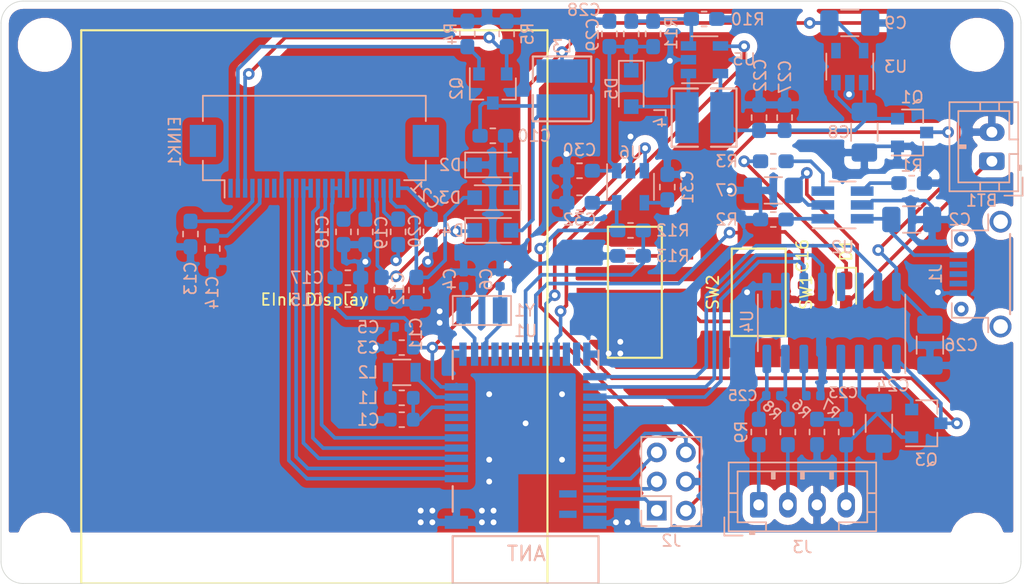
<source format=kicad_pcb>
(kicad_pcb (version 20171130) (host pcbnew 5.1.5-52549c5~84~ubuntu18.04.1)
  (layers (0 F.Cu signal) (31 B.Cu signal) (34 B.Paste user) (35 F.Paste user) (36 B.SilkS user) (37 F.SilkS user) (38 B.Mask user) (39 F.Mask user) (44 Edge.Cuts user))
  (net 0 "")
  (net 1 "Net-(BT1-Pad1)")
  (net 2 GND)
  (net 3 /nRF/DEC4)
  (net 4 /nRF/VUSB)
  (net 5 VDD)
  (net 6 /nRF/LFCLK_XL1)
  (net 7 /nRF/LFCLK_XL2)
  (net 8 "Net-(C10-Pad1)")
  (net 9 "Net-(C10-Pad2)")
  (net 10 /Sheet5E60241E/PREVGL)
  (net 11 /Sheet5E60241E/PREVGH)
  (net 12 "Net-(C13-Pad1)")
  (net 13 "Net-(C14-Pad1)")
  (net 14 /nRF/BUTTON)
  (net 15 "Net-(C18-Pad1)")
  (net 16 "Net-(C19-Pad1)")
  (net 17 "Net-(C20-Pad1)")
  (net 18 "Net-(C21-Pad1)")
  (net 19 /Sheet5E602498/VBAT)
  (net 20 "Net-(C23-Pad2)")
  (net 21 /Sheet5E602498/HX711_AVDD)
  (net 22 "Net-(C25-Pad2)")
  (net 23 "Net-(C25-Pad1)")
  (net 24 "Net-(D1-Pad1)")
  (net 25 /Sheet5E60241E/GDR)
  (net 26 /Sheet5E60241E/RESE)
  (net 27 /Sheet5E60241E/EINK_CS)
  (net 28 "Net-(J1-Pad6)")
  (net 29 /nRF/SWDIO)
  (net 30 /nRF/RX)
  (net 31 /nRF/SWDCLK)
  (net 32 /nRF/TX)
  (net 33 /Sheet5E602498/HX711_IN+)
  (net 34 /Sheet5E602498/HX711_IN-)
  (net 35 "Net-(L1-Pad2)")
  (net 36 /nRF/DCC)
  (net 37 "Net-(Q1-Pad3)")
  (net 38 "Net-(Q3-Pad2)")
  (net 39 "Net-(R1-Pad1)")
  (net 40 "Net-(R2-Pad1)")
  (net 41 "Net-(R3-Pad2)")
  (net 42 "Net-(R6-Pad2)")
  (net 43 "Net-(SW2-Pad1)")
  (net 44 "Net-(C28-Pad2)")
  (net 45 /Sheet5E602498/VBOOST)
  (net 46 "Net-(C31-Pad1)")
  (net 47 /Sheet5E602498/VSUP)
  (net 48 "Net-(D5-Pad2)")
  (net 49 /Sheet5E602498/Vlc)
  (net 50 /Sheet5E60241E/EINK_BUSY)
  (net 51 /Sheet5E60241E/EINK_RST)
  (net 52 /Sheet5E60241E/EINK_SCLK)
  (net 53 /Sheet5E60241E/EINK_SDIO)
  (net 54 /Sheet5E602498/HX711_DATA)
  (net 55 /Sheet5E602498/HX711_RATE)
  (net 56 /Sheet5E602498/HX711_CLK)
  (net 57 /Sheet5E602498/10V_LDO_EN)
  (net 58 /Sheet5E602498/BOOST_EN)
  (module Footprint_nrf_scale:1.54inch_EInk_display (layer F.Cu) (at 31.5 31 180)
    (fp_text reference "EInk Display" (at 0 0.5) (layer F.SilkS) (effects (font (size 0.8 0.8) (thickness 0.12))))
    (fp_text value 1.54inch_EInk_display)
  )
  (module sense_fp:C_0603_1608Metric (layer B.Cu) (at 37.5 38.75)
    (fp_text reference C1 (at -2.3 0) (layer B.SilkS) (effects (font (size 0.8 0.8) (thickness 0.12)) (justify mirror)))
    (fp_text value 1uF)
    (pad 2 smd roundrect (at 0.7875 0) (size 0.875 0.95) (layers B.Cu B.Paste B.Mask) (net 3 /nRF/DEC4))
    (pad 1 smd roundrect (at -0.7875 0) (size 0.875 0.95) (layers B.Cu B.Paste B.Mask) (net 2 GND))
  )
  (module sense_fp:C_1206_3216Metric (layer B.Cu) (at 72.5 25)
    (fp_text reference C2 (at 3.3 0) (layer B.SilkS) (effects (font (size 0.8 0.8) (thickness 0.12)) (justify mirror)))
    (fp_text value 1uF)
    (pad 1 smd roundrect (at -1.4 0) (size 1.25 1.75) (layers B.Cu B.Paste B.Mask) (roundrect_rratio 0.2) (net 4 /nRF/VUSB))
    (pad 2 smd roundrect (at 1.4 0) (size 1.25 1.75) (layers B.Cu B.Paste B.Mask) (roundrect_rratio 0.2) (net 2 GND))
  )
  (module sense_fp:C_0603_1608Metric (layer B.Cu) (at 37.5 33.8)
    (fp_text reference C3 (at -2.325 0) (layer B.SilkS) (effects (font (size 0.8 0.8) (thickness 0.12)) (justify mirror)))
    (fp_text value 1uF)
    (pad 1 smd roundrect (at -0.7875 0) (size 0.875 0.95) (layers B.Cu B.Paste B.Mask) (net 2 GND))
    (pad 2 smd roundrect (at 0.7875 0) (size 0.875 0.95) (layers B.Cu B.Paste B.Mask) (net 5 VDD))
  )
  (module sense_fp:C_0402_1005Metric (layer B.Cu) (at 41.75 29.1 270)
    (fp_text reference C4 (at 0 0.95 90) (layer B.SilkS) (effects (font (size 0.8 0.8) (thickness 0.12)) (justify mirror)))
    (fp_text value 8pF)
    (pad 2 smd roundrect (at 0.485 0 270) (size 0.59 0.64) (layers B.Cu B.Paste B.Mask) (net 6 /nRF/LFCLK_XL1))
    (pad 1 smd roundrect (at -0.485 0 270) (size 0.59 0.64) (layers B.Cu B.Paste B.Mask) (net 2 GND))
  )
  (module sense_fp:C_0402_1005Metric (layer B.Cu) (at 37.5 32.4)
    (fp_text reference C5 (at -2.3 0) (layer B.SilkS) (effects (font (size 0.8 0.8) (thickness 0.12)) (justify mirror)))
    (fp_text value 0.1uF)
    (pad 1 smd roundrect (at -0.485 0) (size 0.59 0.64) (layers B.Cu B.Paste B.Mask) (net 2 GND))
    (pad 2 smd roundrect (at 0.485 0) (size 0.59 0.64) (layers B.Cu B.Paste B.Mask) (net 5 VDD))
  )
  (module sense_fp:C_0402_1005Metric (layer B.Cu) (at 44.25 29.1 270)
    (fp_text reference C6 (at 0 0.95 90) (layer B.SilkS) (effects (font (size 0.8 0.8) (thickness 0.12)) (justify mirror)))
    (fp_text value 8pF)
    (pad 1 smd roundrect (at -0.485 0 270) (size 0.59 0.64) (layers B.Cu B.Paste B.Mask) (net 2 GND))
    (pad 2 smd roundrect (at 0.485 0 270) (size 0.59 0.64) (layers B.Cu B.Paste B.Mask) (net 7 /nRF/LFCLK_XL2))
  )
  (module sense_fp:C_1206_3216Metric (layer B.Cu) (at 63 23 180)
    (fp_text reference C7 (at 3.2 0) (layer B.SilkS) (effects (font (size 0.8 0.8) (thickness 0.12)) (justify mirror)))
    (fp_text value 1uF)
    (pad 1 smd roundrect (at -1.4 0 180) (size 1.25 1.75) (layers B.Cu B.Paste B.Mask) (roundrect_rratio 0.2) (net 1 "Net-(BT1-Pad1)"))
    (pad 2 smd roundrect (at 1.4 0 180) (size 1.25 1.75) (layers B.Cu B.Paste B.Mask) (roundrect_rratio 0.2) (net 2 GND))
  )
  (module sense_fp:C_1206_3216Metric (layer B.Cu) (at 69.25 19 270)
    (fp_text reference C8 (at 0 1.75 180) (layer B.SilkS) (effects (font (size 0.8 0.8) (thickness 0.12)) (justify mirror)))
    (fp_text value 1uF)
    (pad 2 smd roundrect (at 1.4 0 270) (size 1.25 1.75) (layers B.Cu B.Paste B.Mask) (roundrect_rratio 0.2) (net 2 GND))
    (pad 1 smd roundrect (at -1.4 0 270) (size 1.25 1.75) (layers B.Cu B.Paste B.Mask) (roundrect_rratio 0.2) (net 19 /Sheet5E602498/VBAT))
  )
  (module sense_fp:C_1206_3216Metric (layer B.Cu) (at 68.25 11.5)
    (fp_text reference C9 (at 3.15 0) (layer B.SilkS) (effects (font (size 0.8 0.8) (thickness 0.12)) (justify mirror)))
    (fp_text value 1uF)
    (pad 1 smd roundrect (at -1.4 0) (size 1.25 1.75) (layers B.Cu B.Paste B.Mask) (roundrect_rratio 0.2) (net 5 VDD))
    (pad 2 smd roundrect (at 1.4 0) (size 1.25 1.75) (layers B.Cu B.Paste B.Mask) (roundrect_rratio 0.2) (net 2 GND))
  )
  (module Capacitor_SMD:C_0603_1608Metric_Pad1.05x0.95mm_HandSolder (layer B.Cu) (at 43.75 19.25)
    (fp_text reference C10 (at 2.85 0) (layer B.SilkS) (effects (font (size 0.8 0.8) (thickness 0.12)) (justify mirror)))
    (fp_text value 1uF/50V)
    (pad 1 smd roundrect (at -0.875 0) (size 1.05 0.95) (layers B.Cu B.Paste B.Mask) (net 8 "Net-(C10-Pad1)"))
    (pad 2 smd roundrect (at 0.875 0) (size 1.05 0.95) (layers B.Cu B.Paste B.Mask) (net 9 "Net-(C10-Pad2)"))
  )
  (module Capacitor_SMD:C_0603_1608Metric_Pad1.05x0.95mm_HandSolder (layer B.Cu) (at 38.5 29.85 270)
    (fp_text reference C11 (at 3.025 0.025 90) (layer B.SilkS) (effects (font (size 0.8 0.8) (thickness 0.12)) (justify mirror)))
    (fp_text value 1uF/50V)
    (pad 1 smd roundrect (at -0.875 0 270) (size 1.05 0.95) (layers B.Cu B.Paste B.Mask) (net 10 /Sheet5E60241E/PREVGL))
    (pad 2 smd roundrect (at 0.875 0 270) (size 1.05 0.95) (layers B.Cu B.Paste B.Mask) (net 2 GND))
  )
  (module Capacitor_SMD:C_0603_1608Metric_Pad1.05x0.95mm_HandSolder (layer B.Cu) (at 36.125 29.85 270)
    (fp_text reference C12 (at -0.1 -1.125 90) (layer B.SilkS) (effects (font (size 0.8 0.8) (thickness 0.12)) (justify mirror)))
    (fp_text value 1uF/50V)
    (pad 1 smd roundrect (at -0.875 0 270) (size 1.05 0.95) (layers B.Cu B.Paste B.Mask) (net 11 /Sheet5E60241E/PREVGH))
    (pad 2 smd roundrect (at 0.875 0 270) (size 1.05 0.95) (layers B.Cu B.Paste B.Mask) (net 2 GND))
  )
  (module Capacitor_SMD:C_0603_1608Metric_Pad1.05x0.95mm_HandSolder (layer B.Cu) (at 23 26 270)
    (fp_text reference C13 (at 3.05 0 90) (layer B.SilkS) (effects (font (size 0.8 0.8) (thickness 0.12)) (justify mirror)))
    (fp_text value 1uF/50V)
    (pad 2 smd roundrect (at 0.875 0 270) (size 1.05 0.95) (layers B.Cu B.Paste B.Mask) (net 2 GND))
    (pad 1 smd roundrect (at -0.875 0 270) (size 1.05 0.95) (layers B.Cu B.Paste B.Mask) (net 12 "Net-(C13-Pad1)"))
  )
  (module Capacitor_SMD:C_0603_1608Metric_Pad1.05x0.95mm_HandSolder (layer B.Cu) (at 24.5 27 270)
    (fp_text reference C14 (at 3.025 0 90) (layer B.SilkS) (effects (font (size 0.8 0.8) (thickness 0.12)) (justify mirror)))
    (fp_text value 1uF/50V)
    (pad 1 smd roundrect (at -0.875 0 270) (size 1.05 0.95) (layers B.Cu B.Paste B.Mask) (net 13 "Net-(C14-Pad1)"))
    (pad 2 smd roundrect (at 0.875 0 270) (size 1.05 0.95) (layers B.Cu B.Paste B.Mask) (net 2 GND))
  )
  (module Capacitor_SMD:C_0603_1608Metric_Pad1.05x0.95mm_HandSolder (layer B.Cu) (at 33.8 30.5)
    (fp_text reference C15 (at -2.8 0.025) (layer B.SilkS) (effects (font (size 0.8 0.8) (thickness 0.12)) (justify mirror)))
    (fp_text value 10uF)
    (pad 1 smd roundrect (at -0.875 0) (size 1.05 0.95) (layers B.Cu B.Paste B.Mask) (net 5 VDD))
    (pad 2 smd roundrect (at 0.875 0) (size 1.05 0.95) (layers B.Cu B.Paste B.Mask) (net 2 GND))
  )
  (module sense_fp:C_0402_1005Metric (layer F.Cu) (at 65 30 90)
    (fp_text reference C16 (at 2.5 0 90) (layer F.SilkS) (effects (font (size 0.8 0.8) (thickness 0.12))))
    (fp_text value 0.1nF)
    (pad 2 smd roundrect (at 0.485 0 90) (size 0.59 0.64) (layers F.Cu F.Paste F.Mask) (net 14 /nRF/BUTTON))
    (pad 1 smd roundrect (at -0.485 0 90) (size 0.59 0.64) (layers F.Cu F.Paste F.Mask) (net 2 GND))
  )
  (module Capacitor_SMD:C_0603_1608Metric_Pad1.05x0.95mm_HandSolder (layer B.Cu) (at 33.8 29)
    (fp_text reference C17 (at -2.8 0) (layer B.SilkS) (effects (font (size 0.8 0.8) (thickness 0.12)) (justify mirror)))
    (fp_text value 1uF)
    (pad 2 smd roundrect (at 0.875 0) (size 1.05 0.95) (layers B.Cu B.Paste B.Mask) (net 2 GND))
    (pad 1 smd roundrect (at -0.875 0) (size 1.05 0.95) (layers B.Cu B.Paste B.Mask) (net 5 VDD))
  )
  (module Capacitor_SMD:C_0603_1608Metric_Pad1.05x0.95mm_HandSolder (layer B.Cu) (at 33.5 25.85 270)
    (fp_text reference C18 (at 0 1.43 90) (layer B.SilkS) (effects (font (size 0.8 0.8) (thickness 0.12)) (justify mirror)))
    (fp_text value 1uF)
    (pad 1 smd roundrect (at -0.875 0 270) (size 1.05 0.95) (layers B.Cu B.Paste B.Mask) (net 15 "Net-(C18-Pad1)"))
    (pad 2 smd roundrect (at 0.875 0 270) (size 1.05 0.95) (layers B.Cu B.Paste B.Mask) (net 2 GND))
  )
  (module Capacitor_SMD:C_0603_1608Metric_Pad1.05x0.95mm_HandSolder (layer B.Cu) (at 35 25.85 270)
    (fp_text reference C19 (at 0.05 -1.1 90) (layer B.SilkS) (effects (font (size 0.8 0.8) (thickness 0.12)) (justify mirror)))
    (fp_text value 1uF/50V)
    (pad 2 smd roundrect (at 0.875 0 270) (size 1.05 0.95) (layers B.Cu B.Paste B.Mask) (net 2 GND))
    (pad 1 smd roundrect (at -0.875 0 270) (size 1.05 0.95) (layers B.Cu B.Paste B.Mask) (net 16 "Net-(C19-Pad1)"))
  )
  (module Capacitor_SMD:C_0603_1608Metric_Pad1.05x0.95mm_HandSolder (layer B.Cu) (at 37.25 25.85 270)
    (fp_text reference C20 (at -0.05 -1.15 90) (layer B.SilkS) (effects (font (size 0.8 0.8) (thickness 0.12)) (justify mirror)))
    (fp_text value 1uF/50V)
    (pad 2 smd roundrect (at 0.875 0 270) (size 1.05 0.95) (layers B.Cu B.Paste B.Mask) (net 2 GND))
    (pad 1 smd roundrect (at -0.875 0 270) (size 1.05 0.95) (layers B.Cu B.Paste B.Mask) (net 17 "Net-(C20-Pad1)"))
  )
  (module Capacitor_SMD:C_0603_1608Metric_Pad1.05x0.95mm_HandSolder (layer B.Cu) (at 39.5 25.85 270)
    (fp_text reference C21 (at -2.55 0.4 315) (layer B.SilkS) (effects (font (size 0.8 0.8) (thickness 0.12)) (justify mirror)))
    (fp_text value 1uF/50V)
    (pad 2 smd roundrect (at 0.875 0 270) (size 1.05 0.95) (layers B.Cu B.Paste B.Mask) (net 2 GND))
    (pad 1 smd roundrect (at -0.875 0 270) (size 1.05 0.95) (layers B.Cu B.Paste B.Mask) (net 18 "Net-(C21-Pad1)"))
  )
  (module sense_fp:C_0402_1005Metric (layer B.Cu) (at 65.75 37.1 180)
    (fp_text reference C23 (at -2.05 0.2) (layer B.SilkS) (effects (font (size 0.7 0.7) (thickness 0.12)) (justify mirror)))
    (fp_text value 0.1nF)
    (pad 1 smd roundrect (at -0.485 0 180) (size 0.59 0.64) (layers B.Cu B.Paste B.Mask) (net 2 GND))
    (pad 2 smd roundrect (at 0.485 0 180) (size 0.59 0.64) (layers B.Cu B.Paste B.Mask) (net 20 "Net-(C23-Pad2)"))
  )
  (module sense_fp:C_1206_3216Metric (layer B.Cu) (at 70.25 39 270)
    (fp_text reference C24 (at -2.6 -0.95 180) (layer B.SilkS) (effects (font (size 0.8 0.8) (thickness 0.12)) (justify mirror)))
    (fp_text value 10uF)
    (pad 1 smd roundrect (at -1.4 0 270) (size 1.25 1.75) (layers B.Cu B.Paste B.Mask) (roundrect_rratio 0.2) (net 21 /Sheet5E602498/HX711_AVDD))
    (pad 2 smd roundrect (at 1.4 0 270) (size 1.25 1.75) (layers B.Cu B.Paste B.Mask) (roundrect_rratio 0.2) (net 2 GND))
  )
  (module sense_fp:C_0402_1005Metric (layer B.Cu) (at 63 37.1)
    (fp_text reference C25 (at -2.1 0) (layer B.SilkS) (effects (font (size 0.7 0.7) (thickness 0.12)) (justify mirror)))
    (fp_text value 0.1nF)
    (pad 2 smd roundrect (at 0.485 0) (size 0.59 0.64) (layers B.Cu B.Paste B.Mask) (net 22 "Net-(C25-Pad2)"))
    (pad 1 smd roundrect (at -0.485 0) (size 0.59 0.64) (layers B.Cu B.Paste B.Mask) (net 23 "Net-(C25-Pad1)"))
  )
  (module sense_fp:C_1206_3216Metric (layer B.Cu) (at 73.75 33.625 270)
    (fp_text reference C26 (at 0 -2.15 180) (layer B.SilkS) (effects (font (size 0.8 0.8) (thickness 0.12)) (justify mirror)))
    (fp_text value 0.1uF)
    (pad 2 smd roundrect (at 1.4 0 270) (size 1.25 1.75) (layers B.Cu B.Paste B.Mask) (roundrect_rratio 0.2) (net 2 GND))
    (pad 1 smd roundrect (at -1.4 0 270) (size 1.25 1.75) (layers B.Cu B.Paste B.Mask) (roundrect_rratio 0.2) (net 5 VDD))
  )
  (module LED_SMD:LED_0603_1608Metric_Castellated (layer F.Cu) (at 68 30 270)
    (fp_text reference D1 (at -2.9 0 90) (layer F.SilkS) (effects (font (size 0.8 0.8) (thickness 0.12))))
    (fp_text value LED)
    (pad 1 smd roundrect (at -0.8125 0 270) (size 1.225 0.85) (layers F.Cu F.Paste F.Mask) (net 24 "Net-(D1-Pad1)"))
    (pad 2 smd roundrect (at 0.8125 0 270) (size 1.225 0.85) (layers F.Cu F.Paste F.Mask) (net 1 "Net-(BT1-Pad1)"))
  )
  (module Diode_SMD:D_SOD-323_HandSoldering (layer B.Cu) (at 43.75 21.25)
    (fp_text reference D2 (at -2.925 0) (layer B.SilkS) (effects (font (size 0.8 0.8) (thickness 0.12)) (justify mirror)))
    (fp_text value SD103AWS)
    (pad 1 smd rect (at -1.25 0) (size 1 1) (layers B.Cu B.Paste B.Mask) (net 2 GND))
    (pad 2 smd rect (at 1.25 0) (size 1 1) (layers B.Cu B.Paste B.Mask) (net 9 "Net-(C10-Pad2)"))
  )
  (module Diode_SMD:D_SOD-323_HandSoldering (layer B.Cu) (at 43.75 23.5 180)
    (fp_text reference D3 (at 2.95 0) (layer B.SilkS) (effects (font (size 0.8 0.8) (thickness 0.12)) (justify mirror)))
    (fp_text value SD103AWS)
    (pad 2 smd rect (at 1.25 0 180) (size 1 1) (layers B.Cu B.Paste B.Mask) (net 10 /Sheet5E60241E/PREVGL))
    (pad 1 smd rect (at -1.25 0 180) (size 1 1) (layers B.Cu B.Paste B.Mask) (net 9 "Net-(C10-Pad2)"))
  )
  (module Diode_SMD:D_SOD-323_HandSoldering (layer B.Cu) (at 43.75 25.75)
    (fp_text reference D4 (at -2.75 0) (layer B.SilkS) (effects (font (size 0.8 0.8) (thickness 0.12)) (justify mirror)))
    (fp_text value SD103AWS)
    (pad 1 smd rect (at -1.25 0) (size 1 1) (layers B.Cu B.Paste B.Mask) (net 11 /Sheet5E60241E/PREVGH))
    (pad 2 smd rect (at 1.25 0) (size 1 1) (layers B.Cu B.Paste B.Mask) (net 8 "Net-(C10-Pad1)"))
  )
  (module Connector_FFC-FPC:Hirose_FH12-24S-0.5SH_1x24-1MP_P0.50mm_Horizontal (layer B.Cu) (at 31.5 21)
    (fp_text reference EINK1 (at -9.575 -1.35 270) (layer B.SilkS) (effects (font (size 0.8 0.8) (thickness 0.12)) (justify mirror)))
    (fp_text value EINK_GDEW0154M09_154IN_200X200)
    (pad MP smd rect (at 7.65 -1.4) (size 1.8 2.2) (layers B.Cu B.Paste B.Mask))
    (pad MP smd rect (at -7.65 -1.4) (size 1.8 2.2) (layers B.Cu B.Paste B.Mask))
    (pad 1 smd rect (at -5.75 1.85) (size 0.3 1.3) (layers B.Cu B.Paste B.Mask))
    (pad 2 smd rect (at -5.25 1.85) (size 0.3 1.3) (layers B.Cu B.Paste B.Mask) (net 25 /Sheet5E60241E/GDR))
    (pad 3 smd rect (at -4.75 1.85) (size 0.3 1.3) (layers B.Cu B.Paste B.Mask) (net 26 /Sheet5E60241E/RESE))
    (pad 4 smd rect (at -4.25 1.85) (size 0.3 1.3) (layers B.Cu B.Paste B.Mask) (net 12 "Net-(C13-Pad1)"))
    (pad 5 smd rect (at -3.75 1.85) (size 0.3 1.3) (layers B.Cu B.Paste B.Mask) (net 13 "Net-(C14-Pad1)"))
    (pad 6 smd rect (at -3.25 1.85) (size 0.3 1.3) (layers B.Cu B.Paste B.Mask))
    (pad 7 smd rect (at -2.75 1.85) (size 0.3 1.3) (layers B.Cu B.Paste B.Mask))
    (pad 8 smd rect (at -2.25 1.85) (size 0.3 1.3) (layers B.Cu B.Paste B.Mask) (net 2 GND))
    (pad 9 smd rect (at -1.75 1.85) (size 0.3 1.3) (layers B.Cu B.Paste B.Mask) (net 50 /Sheet5E60241E/EINK_BUSY))
    (pad 10 smd rect (at -1.25 1.85) (size 0.3 1.3) (layers B.Cu B.Paste B.Mask) (net 51 /Sheet5E60241E/EINK_RST))
    (pad 11 smd rect (at -0.75 1.85) (size 0.3 1.3) (layers B.Cu B.Paste B.Mask) (net 27 /Sheet5E60241E/EINK_CS))
    (pad 12 smd rect (at -0.25 1.85) (size 0.3 1.3) (layers B.Cu B.Paste B.Mask) (net 27 /Sheet5E60241E/EINK_CS))
    (pad 13 smd rect (at 0.25 1.85) (size 0.3 1.3) (layers B.Cu B.Paste B.Mask) (net 52 /Sheet5E60241E/EINK_SCLK))
    (pad 14 smd rect (at 0.75 1.85) (size 0.3 1.3) (layers B.Cu B.Paste B.Mask) (net 53 /Sheet5E60241E/EINK_SDIO))
    (pad 15 smd rect (at 1.25 1.85) (size 0.3 1.3) (layers B.Cu B.Paste B.Mask) (net 5 VDD))
    (pad 16 smd rect (at 1.75 1.85) (size 0.3 1.3) (layers B.Cu B.Paste B.Mask) (net 5 VDD))
    (pad 17 smd rect (at 2.25 1.85) (size 0.3 1.3) (layers B.Cu B.Paste B.Mask) (net 2 GND))
    (pad 18 smd rect (at 2.75 1.85) (size 0.3 1.3) (layers B.Cu B.Paste B.Mask) (net 15 "Net-(C18-Pad1)"))
    (pad 19 smd rect (at 3.25 1.85) (size 0.3 1.3) (layers B.Cu B.Paste B.Mask))
    (pad 20 smd rect (at 3.75 1.85) (size 0.3 1.3) (layers B.Cu B.Paste B.Mask) (net 16 "Net-(C19-Pad1)"))
    (pad 21 smd rect (at 4.25 1.85) (size 0.3 1.3) (layers B.Cu B.Paste B.Mask) (net 11 /Sheet5E60241E/PREVGH))
    (pad 22 smd rect (at 4.75 1.85) (size 0.3 1.3) (layers B.Cu B.Paste B.Mask) (net 17 "Net-(C20-Pad1)"))
    (pad 23 smd rect (at 5.25 1.85) (size 0.3 1.3) (layers B.Cu B.Paste B.Mask) (net 10 /Sheet5E60241E/PREVGL))
    (pad 24 smd rect (at 5.75 1.85) (size 0.3 1.3) (layers B.Cu B.Paste B.Mask) (net 18 "Net-(C21-Pad1)"))
  )
  (module Footprint_nrf_scale:Micro_usb_connector_4_THT_pads (layer B.Cu) (at 77.25 28.75 270)
    (fp_text reference J1 (at 0 3.1 270) (layer B.SilkS) (effects (font (size 0.8 0.8) (thickness 0.12)) (justify mirror)))
    (fp_text value USB_B_Micro)
    (pad 1 smd rect (at -1.3 1.55 270) (size 0.4 1.2) (layers B.Cu B.Paste B.Mask) (net 4 /nRF/VUSB))
    (pad 2 smd rect (at -0.65 1.55 270) (size 0.4 1.2) (layers B.Cu B.Paste B.Mask))
    (pad 3 smd rect (at 0 1.55 270) (size 0.4 1.2) (layers B.Cu B.Paste B.Mask))
    (pad 4 smd rect (at 0.65 1.55 270) (size 0.4 1.2) (layers B.Cu B.Paste B.Mask))
    (pad 5 smd rect (at 1.3 1.55 270) (size 0.4 1.2) (layers B.Cu B.Paste B.Mask) (net 2 GND))
    (pad 6 thru_hole circle (at -2.4 1.35 270) (size 1 1) (drill 0.5) (layers *.Cu *.Mask) (net 28 "Net-(J1-Pad6)"))
    (pad 6 thru_hole circle (at 2.4 1.35 270) (size 1 1) (drill 0.5) (layers *.Cu *.Mask) (net 28 "Net-(J1-Pad6)"))
    (pad 6 thru_hole circle (at -3.6 -1.35 270) (size 1.5 1.5) (drill 1) (layers *.Cu *.Mask) (net 28 "Net-(J1-Pad6)"))
    (pad 6 thru_hole circle (at 3.6 -1.35 270) (size 1.5 1.5) (drill 1) (layers *.Cu *.Mask) (net 28 "Net-(J1-Pad6)"))
  )
  (module sense_fp:C_0603_1608Metric (layer B.Cu) (at 37.5 37.25 180)
    (fp_text reference L1 (at 2.325 0) (layer B.SilkS) (effects (font (size 0.8 0.8) (thickness 0.12)) (justify mirror)))
    (fp_text value 18nH)
    (pad 1 smd roundrect (at -0.7875 0 180) (size 0.875 0.95) (layers B.Cu B.Paste B.Mask) (net 3 /nRF/DEC4))
    (pad 2 smd roundrect (at 0.7875 0 180) (size 0.875 0.95) (layers B.Cu B.Paste B.Mask) (net 35 "Net-(L1-Pad2)"))
  )
  (module sense_fp:L_0805 (layer B.Cu) (at 37.5 35.5)
    (fp_text reference L2 (at -2.325 0) (layer B.SilkS) (effects (font (size 0.8 0.8) (thickness 0.12)) (justify mirror)))
    (fp_text value 10uH)
    (pad 1 smd rect (at -0.95 0) (size 0.7 1.3) (layers B.Cu B.Paste B.Mask) (net 35 "Net-(L1-Pad2)"))
    (pad 2 smd rect (at 0.95 0) (size 0.7 1.3) (layers B.Cu B.Paste B.Mask) (net 36 /nRF/DCC))
  )
  (module Footprint_nrf_scale:L_3.5x3.0mm_CD30D22 (layer B.Cu) (at 48.5 16 180)
    (fp_text reference L3 (at 0 2.9 180) (layer B.SilkS) (effects (font (size 0.8 0.8) (thickness 0.12)) (justify mirror)))
    (fp_text value 10uH/250mA)
    (pad 1 smd rect (at 0 1.2 180) (size 3.5 1.6) (layers B.Cu B.Paste B.Mask) (net 5 VDD))
    (pad 2 smd rect (at 0 -1.2 180) (size 3.5 1.6) (layers B.Cu B.Paste B.Mask) (net 8 "Net-(C10-Pad1)"))
  )
  (module sense_fp:MountingHole_2.7mm_M2.5 (layer F.Cu) (at 13 13)
    (fp_text reference MK1 hide)
    (fp_text value Mounting_Hole)
    (pad 1 np_thru_hole circle (at 0 0) (size 2.7 2.7) (drill 2.7) (layers *.Cu *.Mask))
  )
  (module sense_fp:MountingHole_2.7mm_M2.5 (layer F.Cu) (at 13 47)
    (fp_text reference MK2 hide)
    (fp_text value Mounting_Hole)
    (pad 1 np_thru_hole circle (at 0 0) (size 2.7 2.7) (drill 2.7) (layers *.Cu *.Mask))
  )
  (module sense_fp:MountingHole_2.7mm_M2.5 (layer F.Cu) (at 77 47)
    (fp_text reference MK3 hide)
    (fp_text value Mounting_Hole)
    (pad 1 np_thru_hole circle (at 0 0) (size 2.7 2.7) (drill 2.7) (layers *.Cu *.Mask))
  )
  (module sense_fp:MountingHole_2.7mm_M2.5 (layer F.Cu) (at 77 13)
    (fp_text reference MK4 hide)
    (fp_text value Mounting_Hole)
    (pad 1 np_thru_hole circle (at 0 0) (size 2.7 2.7) (drill 2.7) (layers *.Cu *.Mask))
  )
  (module Package_TO_SOT_SMD:SOT-23 (layer B.Cu) (at 72.525 19.025)
    (fp_text reference Q1 (at 0 -2.425) (layer B.SilkS) (effects (font (size 0.8 0.8) (thickness 0.12)) (justify mirror)))
    (fp_text value IRLML6401)
    (pad 1 smd rect (at -1 0.95) (size 0.9 0.8) (layers B.Cu B.Paste B.Mask) (net 2 GND))
    (pad 2 smd rect (at -1 -0.95) (size 0.9 0.8) (layers B.Cu B.Paste B.Mask) (net 19 /Sheet5E602498/VBAT))
    (pad 3 smd rect (at 1 0) (size 0.9 0.8) (layers B.Cu B.Paste B.Mask) (net 37 "Net-(Q1-Pad3)"))
  )
  (module Package_TO_SOT_SMD:SOT-23 (layer B.Cu) (at 43.75 16 270)
    (fp_text reference Q2 (at 0 2.5 90) (layer B.SilkS) (effects (font (size 0.8 0.8) (thickness 0.12)) (justify mirror)))
    (fp_text value AO3400)
    (pad 1 smd rect (at -1 0.95 270) (size 0.9 0.8) (layers B.Cu B.Paste B.Mask) (net 25 /Sheet5E60241E/GDR))
    (pad 2 smd rect (at -1 -0.95 270) (size 0.9 0.8) (layers B.Cu B.Paste B.Mask) (net 26 /Sheet5E60241E/RESE))
    (pad 3 smd rect (at 1 0 270) (size 0.9 0.8) (layers B.Cu B.Paste B.Mask) (net 8 "Net-(C10-Pad1)"))
  )
  (module Package_TO_SOT_SMD:SOT-23 (layer B.Cu) (at 73.5 39)
    (fp_text reference Q3 (at 0 2.5) (layer B.SilkS) (effects (font (size 0.8 0.8) (thickness 0.12)) (justify mirror)))
    (fp_text value BC857)
    (pad 3 smd rect (at 1 0) (size 0.9 0.8) (layers B.Cu B.Paste B.Mask) (net 47 /Sheet5E602498/VSUP))
    (pad 2 smd rect (at -1 -0.95) (size 0.9 0.8) (layers B.Cu B.Paste B.Mask) (net 38 "Net-(Q3-Pad2)"))
    (pad 1 smd rect (at -1 0.95) (size 0.9 0.8) (layers B.Cu B.Paste B.Mask) (net 21 /Sheet5E602498/HX711_AVDD))
  )
  (module Resistor_SMD:R_0603_1608Metric_Pad1.05x0.95mm_HandSolder (layer B.Cu) (at 72.5 22.5)
    (fp_text reference R1 (at 0 -1.2) (layer B.SilkS) (effects (font (size 0.8 0.8) (thickness 0.12)) (justify mirror)))
    (fp_text value 1.1k)
    (pad 1 smd roundrect (at -0.875 0) (size 1.05 0.95) (layers B.Cu B.Paste B.Mask) (net 39 "Net-(R1-Pad1)"))
    (pad 2 smd roundrect (at 0.875 0) (size 1.05 0.95) (layers B.Cu B.Paste B.Mask) (net 2 GND))
  )
  (module Resistor_SMD:R_0603_1608Metric_Pad1.05x0.95mm_HandSolder (layer B.Cu) (at 63 25 180)
    (fp_text reference R2 (at 3.2 0) (layer B.SilkS) (effects (font (size 0.8 0.8) (thickness 0.12)) (justify mirror)))
    (fp_text value 10k)
    (pad 1 smd roundrect (at -0.875 0 180) (size 1.05 0.95) (layers B.Cu B.Paste B.Mask) (net 40 "Net-(R2-Pad1)"))
    (pad 2 smd roundrect (at 0.875 0 180) (size 1.05 0.95) (layers B.Cu B.Paste B.Mask) (net 2 GND))
  )
  (module Resistor_SMD:R_0603_1608Metric_Pad1.05x0.95mm_HandSolder (layer B.Cu) (at 63 21)
    (fp_text reference R3 (at -3.2 0 180) (layer B.SilkS) (effects (font (size 0.8 0.8) (thickness 0.12)) (justify mirror)))
    (fp_text value 1.1k)
    (pad 2 smd roundrect (at 0.875 0) (size 1.05 0.95) (layers B.Cu B.Paste B.Mask) (net 41 "Net-(R3-Pad2)"))
    (pad 1 smd roundrect (at -0.875 0) (size 1.05 0.95) (layers B.Cu B.Paste B.Mask) (net 24 "Net-(D1-Pad1)"))
  )
  (module Resistor_SMD:R_0603_1608Metric_Pad1.05x0.95mm_HandSolder (layer B.Cu) (at 42 12.25 90)
    (fp_text reference R4 (at 0 -1.15 90) (layer B.SilkS) (effects (font (size 0.8 0.8) (thickness 0.12)) (justify mirror)))
    (fp_text value 1M)
    (pad 2 smd roundrect (at 0.875 0 90) (size 1.05 0.95) (layers B.Cu B.Paste B.Mask) (net 2 GND))
    (pad 1 smd roundrect (at -0.875 0 90) (size 1.05 0.95) (layers B.Cu B.Paste B.Mask) (net 25 /Sheet5E60241E/GDR))
  )
  (module Resistor_SMD:R_0603_1608Metric_Pad1.05x0.95mm_HandSolder (layer B.Cu) (at 44.7 12.25 90)
    (fp_text reference R5 (at 0 1.43 90) (layer B.SilkS) (effects (font (size 0.8 0.8) (thickness 0.12)) (justify mirror)))
    (fp_text value 0.47)
    (pad 1 smd roundrect (at -0.875 0 90) (size 1.05 0.95) (layers B.Cu B.Paste B.Mask) (net 26 /Sheet5E60241E/RESE))
    (pad 2 smd roundrect (at 0.875 0 90) (size 1.05 0.95) (layers B.Cu B.Paste B.Mask) (net 2 GND))
  )
  (module Resistor_SMD:R_0603_1608Metric_Pad1.05x0.95mm_HandSolder (layer B.Cu) (at 66 39.6 90)
    (fp_text reference R6 (at 1.6 -1.1 135) (layer B.SilkS) (effects (font (size 0.7 0.7) (thickness 0.12)) (justify mirror)))
    (fp_text value 100)
    (pad 1 smd roundrect (at -0.875 0 90) (size 1.05 0.95) (layers B.Cu B.Paste B.Mask) (net 2 GND))
    (pad 2 smd roundrect (at 0.875 0 90) (size 1.05 0.95) (layers B.Cu B.Paste B.Mask) (net 42 "Net-(R6-Pad2)"))
  )
  (module Resistor_SMD:R_0603_1608Metric_Pad1.05x0.95mm_HandSolder (layer B.Cu) (at 68 39.6 270)
    (fp_text reference R7 (at -1.6 1.1 315) (layer B.SilkS) (effects (font (size 0.7 0.7) (thickness 0.12)) (justify mirror)))
    (fp_text value 100)
    (pad 2 smd roundrect (at 0.875 0 270) (size 1.05 0.95) (layers B.Cu B.Paste B.Mask) (net 21 /Sheet5E602498/HX711_AVDD))
    (pad 1 smd roundrect (at -0.875 0 270) (size 1.05 0.95) (layers B.Cu B.Paste B.Mask) (net 42 "Net-(R6-Pad2)"))
  )
  (module Resistor_SMD:R_0603_1608Metric_Pad1.05x0.95mm_HandSolder (layer B.Cu) (at 64 39.6 270)
    (fp_text reference R8 (at -1.5 1.1 315) (layer B.SilkS) (effects (font (size 0.7 0.7) (thickness 0.12)) (justify mirror)))
    (fp_text value 100)
    (pad 1 smd roundrect (at -0.875 0 270) (size 1.05 0.95) (layers B.Cu B.Paste B.Mask) (net 22 "Net-(C25-Pad2)"))
    (pad 2 smd roundrect (at 0.875 0 270) (size 1.05 0.95) (layers B.Cu B.Paste B.Mask) (net 34 /Sheet5E602498/HX711_IN-))
  )
  (module Resistor_SMD:R_0603_1608Metric_Pad1.05x0.95mm_HandSolder (layer B.Cu) (at 62 39.6 270)
    (fp_text reference R9 (at 0 1.2 90) (layer B.SilkS) (effects (font (size 0.8 0.8) (thickness 0.12)) (justify mirror)))
    (fp_text value 100)
    (pad 2 smd roundrect (at 0.875 0 270) (size 1.05 0.95) (layers B.Cu B.Paste B.Mask) (net 33 /Sheet5E602498/HX711_IN+))
    (pad 1 smd roundrect (at -0.875 0 270) (size 1.05 0.95) (layers B.Cu B.Paste B.Mask) (net 23 "Net-(C25-Pad1)"))
  )
  (module sense_fp:mdbt42Q (layer B.Cu) (at 46 40.5)
    (fp_text reference U1 (at 0 -7.85) (layer B.SilkS) (effects (font (size 0.8 0.8) (thickness 0.12)) (justify mirror)))
    (fp_text value MDBT42Q hide)
    (fp_text user ANT (at 0.05 7.45) (layer B.SilkS) (effects (justify mirror)))
    (pad 41 smd rect (at 2.9 3.35) (size 1.2 0.5) (layers B.Cu B.Paste B.Mask))
    (pad 40 smd rect (at 2.9 4.75) (size 1.2 0.5) (layers B.Cu B.Paste B.Mask))
    (pad 39 smd rect (at 4.75 5.3) (size 1.6 0.9) (layers B.Cu B.Paste B.Mask) (net 2 GND))
    (pad 38 smd rect (at 4.75 4.4) (size 1.6 0.5) (layers B.Cu B.Paste B.Mask))
    (pad 37 smd rect (at 4.75 3.7) (size 1.6 0.5) (layers B.Cu B.Paste B.Mask) (net 29 /nRF/SWDIO))
    (pad 36 smd rect (at 4.75 3) (size 1.6 0.5) (layers B.Cu B.Paste B.Mask) (net 31 /nRF/SWDCLK))
    (pad 35 smd rect (at 4.75 2.3) (size 1.6 0.5) (layers B.Cu B.Paste B.Mask) (net 30 /nRF/RX))
    (pad 34 smd rect (at 4.75 1.6) (size 1.6 0.5) (layers B.Cu B.Paste B.Mask) (net 32 /nRF/TX))
    (pad 33 smd rect (at 4.75 0.9) (size 1.6 0.5) (layers B.Cu B.Paste B.Mask))
    (pad 32 smd rect (at 4.75 0.2) (size 1.6 0.5) (layers B.Cu B.Paste B.Mask))
    (pad 31 smd rect (at 4.75 -0.5) (size 1.6 0.5) (layers B.Cu B.Paste B.Mask))
    (pad 30 smd rect (at 4.75 -1.2) (size 1.6 0.5) (layers B.Cu B.Paste B.Mask))
    (pad 29 smd rect (at 4.75 -1.9) (size 1.6 0.5) (layers B.Cu B.Paste B.Mask))
    (pad 28 smd rect (at 4.75 -2.6) (size 1.6 0.5) (layers B.Cu B.Paste B.Mask))
    (pad 27 smd rect (at 4.75 -3.3) (size 1.6 0.5) (layers B.Cu B.Paste B.Mask) (net 56 /Sheet5E602498/HX711_CLK))
    (pad 26 smd rect (at 4.75 -4) (size 1.6 0.5) (layers B.Cu B.Paste B.Mask) (net 54 /Sheet5E602498/HX711_DATA))
    (pad 25 smd rect (at 4.75 -4.7) (size 1.6 0.5) (layers B.Cu B.Paste B.Mask) (net 55 /Sheet5E602498/HX711_RATE))
    (pad 24 smd rect (at 4.2 -6.25) (size 0.5 1.6) (layers B.Cu B.Paste B.Mask) (net 2 GND))
    (pad 23 smd rect (at 3.5 -6.25) (size 0.5 1.6) (layers B.Cu B.Paste B.Mask))
    (pad 22 smd rect (at 2.8 -6.25) (size 0.5 1.6) (layers B.Cu B.Paste B.Mask))
    (pad 21 smd rect (at 2.1 -6.25) (size 0.5 1.6) (layers B.Cu B.Paste B.Mask) (net 58 /Sheet5E602498/BOOST_EN))
    (pad 20 smd rect (at 1.4 -6.25) (size 0.5 1.6) (layers B.Cu B.Paste B.Mask) (net 57 /Sheet5E602498/10V_LDO_EN))
    (pad 19 smd rect (at 0.7 -6.25) (size 0.5 1.6) (layers B.Cu B.Paste B.Mask) (net 14 /nRF/BUTTON))
    (pad 18 smd rect (at 0 -6.25) (size 0.5 1.6) (layers B.Cu B.Paste B.Mask) (net 49 /Sheet5E602498/Vlc))
    (pad 17 smd rect (at -0.7 -6.25) (size 0.5 1.6) (layers B.Cu B.Paste B.Mask))
    (pad 16 smd rect (at -1.4 -6.25) (size 0.5 1.6) (layers B.Cu B.Paste B.Mask))
    (pad 15 smd rect (at -2.1 -6.25) (size 0.5 1.6) (layers B.Cu B.Paste B.Mask))
    (pad 14 smd rect (at -2.8 -6.25) (size 0.5 1.6) (layers B.Cu B.Paste B.Mask) (net 7 /nRF/LFCLK_XL2))
    (pad 13 smd rect (at -3.5 -6.25) (size 0.5 1.6) (layers B.Cu B.Paste B.Mask) (net 6 /nRF/LFCLK_XL1))
    (pad 11 smd rect (at -4.75 -4) (size 1.6 0.5) (layers B.Cu B.Paste B.Mask) (net 5 VDD))
    (pad 10 smd rect (at -4.75 -3.3) (size 1.6 0.5) (layers B.Cu B.Paste B.Mask) (net 36 /nRF/DCC))
    (pad 9 smd rect (at -4.75 -2.6) (size 1.6 0.5) (layers B.Cu B.Paste B.Mask) (net 3 /nRF/DEC4))
    (pad 8 smd rect (at -4.75 -1.9) (size 1.6 0.5) (layers B.Cu B.Paste B.Mask))
    (pad 7 smd rect (at -4.75 -1.2) (size 1.6 0.5) (layers B.Cu B.Paste B.Mask))
    (pad 6 smd rect (at -4.75 -0.5) (size 1.6 0.5) (layers B.Cu B.Paste B.Mask) (net 53 /Sheet5E60241E/EINK_SDIO))
    (pad 5 smd rect (at -4.75 0.2) (size 1.6 0.5) (layers B.Cu B.Paste B.Mask) (net 52 /Sheet5E60241E/EINK_SCLK))
    (pad 4 smd rect (at -4.75 0.9) (size 1.6 0.5) (layers B.Cu B.Paste B.Mask) (net 27 /Sheet5E60241E/EINK_CS))
    (pad 3 smd rect (at -4.75 1.6) (size 1.6 0.5) (layers B.Cu B.Paste B.Mask) (net 51 /Sheet5E60241E/EINK_RST))
    (pad 1 smd rect (at -4.75 5.3) (size 1.6 0.9) (layers B.Cu B.Paste B.Mask) (net 2 GND))
    (pad 2 smd rect (at -4.75 2.3) (size 1.6 0.5) (layers B.Cu B.Paste B.Mask) (net 50 /Sheet5E60241E/EINK_BUSY))
    (pad 12 smd rect (at -4.3 -6.25) (size 0.5 1.6) (layers B.Cu B.Paste B.Mask) (net 2 GND))
  )
  (module Package_TO_SOT_SMD:SOT-23-6_Handsoldering (layer B.Cu) (at 67.75 24)
    (fp_text reference U2 (at 0 2.9) (layer B.SilkS) (effects (font (size 0.8 0.8) (thickness 0.12)) (justify mirror)))
    (fp_text value BQ21040)
    (pad 1 smd rect (at -1.35 0.95) (size 1.56 0.65) (layers B.Cu B.Paste B.Mask) (net 40 "Net-(R2-Pad1)"))
    (pad 2 smd rect (at -1.35 0) (size 1.56 0.65) (layers B.Cu B.Paste B.Mask) (net 1 "Net-(BT1-Pad1)"))
    (pad 3 smd rect (at -1.35 -0.95) (size 1.56 0.65) (layers B.Cu B.Paste B.Mask) (net 41 "Net-(R3-Pad2)"))
    (pad 4 smd rect (at 1.35 -0.95) (size 1.56 0.65) (layers B.Cu B.Paste B.Mask) (net 39 "Net-(R1-Pad1)"))
    (pad 6 smd rect (at 1.35 0.95) (size 1.56 0.65) (layers B.Cu B.Paste B.Mask) (net 4 /nRF/VUSB))
    (pad 5 smd rect (at 1.35 0) (size 1.56 0.65) (layers B.Cu B.Paste B.Mask) (net 2 GND))
  )
  (module Package_TO_SOT_SMD:SOT-23-5 (layer B.Cu) (at 68.25 14.5 90)
    (fp_text reference U3 (at 0 3.15 180) (layer B.SilkS) (effects (font (size 0.8 0.8) (thickness 0.12)) (justify mirror)))
    (fp_text value TPS7A0233PDBV)
    (pad 1 smd rect (at -1.1 0.95 90) (size 1.06 0.65) (layers B.Cu B.Paste B.Mask) (net 19 /Sheet5E602498/VBAT))
    (pad 2 smd rect (at -1.1 0 90) (size 1.06 0.65) (layers B.Cu B.Paste B.Mask) (net 2 GND))
    (pad 3 smd rect (at -1.1 -0.95 90) (size 1.06 0.65) (layers B.Cu B.Paste B.Mask) (net 19 /Sheet5E602498/VBAT))
    (pad 4 smd rect (at 1.1 -0.95 90) (size 1.06 0.65) (layers B.Cu B.Paste B.Mask))
    (pad 5 smd rect (at 1.1 0.95 90) (size 1.06 0.65) (layers B.Cu B.Paste B.Mask) (net 5 VDD))
  )
  (module Package_SO:SOIC-16_3.9x9.9mm_P1.27mm (layer B.Cu) (at 67 32.1 90)
    (fp_text reference U4 (at 0.1 -5.8 90) (layer B.SilkS) (effects (font (size 0.8 0.8) (thickness 0.12)) (justify mirror)))
    (fp_text value HX711)
    (pad 1 smd roundrect (at -2.475 4.445 90) (size 1.95 0.6) (layers B.Cu B.Paste B.Mask) (net 47 /Sheet5E602498/VSUP))
    (pad 2 smd roundrect (at -2.475 3.175 90) (size 1.95 0.6) (layers B.Cu B.Paste B.Mask) (net 38 "Net-(Q3-Pad2)"))
    (pad 3 smd roundrect (at -2.475 1.905 90) (size 1.95 0.6) (layers B.Cu B.Paste B.Mask) (net 21 /Sheet5E602498/HX711_AVDD))
    (pad 4 smd roundrect (at -2.475 0.635 90) (size 1.95 0.6) (layers B.Cu B.Paste B.Mask) (net 42 "Net-(R6-Pad2)"))
    (pad 5 smd roundrect (at -2.475 -0.635 90) (size 1.95 0.6) (layers B.Cu B.Paste B.Mask) (net 2 GND))
    (pad 6 smd roundrect (at -2.475 -1.905 90) (size 1.95 0.6) (layers B.Cu B.Paste B.Mask) (net 20 "Net-(C23-Pad2)"))
    (pad 7 smd roundrect (at -2.475 -3.175 90) (size 1.95 0.6) (layers B.Cu B.Paste B.Mask) (net 22 "Net-(C25-Pad2)"))
    (pad 8 smd roundrect (at -2.475 -4.445 90) (size 1.95 0.6) (layers B.Cu B.Paste B.Mask) (net 23 "Net-(C25-Pad1)"))
    (pad 9 smd roundrect (at 2.475 -4.445 90) (size 1.95 0.6) (layers B.Cu B.Paste B.Mask) (net 2 GND))
    (pad 10 smd roundrect (at 2.475 -3.175 90) (size 1.95 0.6) (layers B.Cu B.Paste B.Mask) (net 2 GND))
    (pad 11 smd roundrect (at 2.475 -1.905 90) (size 1.95 0.6) (layers B.Cu B.Paste B.Mask) (net 56 /Sheet5E602498/HX711_CLK))
    (pad 12 smd roundrect (at 2.475 -0.635 90) (size 1.95 0.6) (layers B.Cu B.Paste B.Mask) (net 54 /Sheet5E602498/HX711_DATA))
    (pad 13 smd roundrect (at 2.475 0.635 90) (size 1.95 0.6) (layers B.Cu B.Paste B.Mask))
    (pad 14 smd roundrect (at 2.475 1.905 90) (size 1.95 0.6) (layers B.Cu B.Paste B.Mask) (net 2 GND))
    (pad 15 smd roundrect (at 2.475 3.175 90) (size 1.95 0.6) (layers B.Cu B.Paste B.Mask) (net 55 /Sheet5E602498/HX711_RATE))
    (pad 16 smd roundrect (at 2.475 4.445 90) (size 1.95 0.6) (layers B.Cu B.Paste B.Mask) (net 5 VDD))
  )
  (module "sense_fp:Q13FC1350000400_SMD Crystals 32.768KHz" (layer B.Cu) (at 43 31.25)
    (fp_text reference Y1 (at 2.925 0) (layer B.SilkS) (effects (font (size 0.8 0.8) (thickness 0.12)) (justify mirror)))
    (fp_text value Q13FC1350000400)
    (pad 1 smd rect (at -1.25 0) (size 1 1.8) (layers B.Cu B.Paste B.Mask) (net 6 /nRF/LFCLK_XL1))
    (pad 2 smd rect (at 1.25 0) (size 1 1.8) (layers B.Cu B.Paste B.Mask) (net 7 /nRF/LFCLK_XL2))
  )
  (module "Footprint_nrf_scale:SMD Tactile Switch_3x6x2.5mm" (layer F.Cu) (at 62 30 90)
    (fp_text reference SW1 (at 0 3.25 90) (layer F.SilkS) (effects (font (size 0.8 0.8) (thickness 0.12))))
    (fp_text value SW_SPST)
    (pad 1 smd rect (at -4.15 0 90) (size 2 3) (layers F.Cu F.Paste F.Mask) (net 2 GND))
    (pad 2 smd rect (at 4.15 0.05 90) (size 2 3) (layers F.Cu F.Paste F.Mask) (net 14 /nRF/BUTTON))
  )
  (module "Footprint_nrf_scale:Slide Switch SMD 2P2T _6pins" (layer F.Cu) (at 53.5 30 90)
    (fp_text reference SW2 (at 0 5.35 90) (layer F.SilkS) (effects (font (size 0.8 0.8) (thickness 0.12))))
    (fp_text value "ON/OFF switch")
    (pad 1 smd rect (at -2.5 3 90) (size 0.5 2) (layers F.Cu F.Paste F.Mask) (net 43 "Net-(SW2-Pad1)"))
    (pad 2 smd rect (at 0 3 90) (size 0.5 2) (layers F.Cu F.Paste F.Mask) (net 1 "Net-(BT1-Pad1)"))
    (pad 3 smd rect (at 2.5 3 90) (size 0.5 2) (layers F.Cu F.Paste F.Mask) (net 37 "Net-(Q1-Pad3)"))
    (pad 3 smd rect (at 2.5 -3 90) (size 0.5 2) (layers F.Cu F.Paste F.Mask) (net 37 "Net-(Q1-Pad3)"))
    (pad 2 smd rect (at 0.05 -3 90) (size 0.5 2) (layers F.Cu F.Paste F.Mask) (net 1 "Net-(BT1-Pad1)"))
    (pad 1 smd rect (at -2.5 -3 90) (size 0.5 2) (layers F.Cu F.Paste F.Mask) (net 43 "Net-(SW2-Pad1)"))
  )
  (module Connector_JST:JST_PH_B2B-PH-K_1x02_P2.00mm_Vertical (layer B.Cu) (at 78 21 90)
    (fp_text reference BT1 (at -2.7 -0.7 180) (layer B.SilkS) (effects (font (size 0.8 0.8) (thickness 0.12)) (justify mirror)))
    (fp_text value Battery_Cell)
    (pad 1 thru_hole roundrect (at 0 0 90) (size 1.2 1.75) (drill 0.75) (layers *.Cu *.Mask) (roundrect_rratio 0.208333) (net 1 "Net-(BT1-Pad1)"))
    (pad 2 thru_hole oval (at 2 0 90) (size 1.2 1.75) (drill 0.75) (layers *.Cu *.Mask) (net 2 GND))
  )
  (module Connector_PinHeader_2.00mm:PinHeader_2x03_P2.00mm_Vertical (layer B.Cu) (at 55 45)
    (fp_text reference J2 (at 1 2.06) (layer B.SilkS) (effects (font (size 0.8 0.8) (thickness 0.12)) (justify mirror)))
    (fp_text value Conn_02x03_Odd_Even)
    (pad 1 thru_hole rect (at 0 0) (size 1.35 1.35) (drill 0.8) (layers *.Cu *.Mask) (net 29 /nRF/SWDIO))
    (pad 2 thru_hole oval (at 2 0) (size 1.35 1.35) (drill 0.8) (layers *.Cu *.Mask) (net 5 VDD))
    (pad 3 thru_hole oval (at 0 -2) (size 1.35 1.35) (drill 0.8) (layers *.Cu *.Mask) (net 31 /nRF/SWDCLK))
    (pad 4 thru_hole oval (at 2 -2) (size 1.35 1.35) (drill 0.8) (layers *.Cu *.Mask) (net 2 GND))
    (pad 5 thru_hole oval (at 0 -4) (size 1.35 1.35) (drill 0.8) (layers *.Cu *.Mask) (net 30 /nRF/RX))
    (pad 6 thru_hole oval (at 2 -4) (size 1.35 1.35) (drill 0.8) (layers *.Cu *.Mask) (net 32 /nRF/TX))
  )
  (module Connector_JST:JST_PH_B4B-PH-K_1x04_P2.00mm_Vertical (layer B.Cu) (at 62 44.6)
    (fp_text reference J3 (at 3 2.9) (layer B.SilkS) (effects (font (size 0.8 0.8) (thickness 0.12)) (justify mirror)))
    (fp_text value "Load cell")
    (pad 1 thru_hole roundrect (at 0 0) (size 1.2 1.75) (drill 0.75) (layers *.Cu *.Mask) (roundrect_rratio 0.208333) (net 33 /Sheet5E602498/HX711_IN+))
    (pad 2 thru_hole oval (at 2 0) (size 1.2 1.75) (drill 0.75) (layers *.Cu *.Mask) (net 34 /Sheet5E602498/HX711_IN-))
    (pad 3 thru_hole oval (at 4 0) (size 1.2 1.75) (drill 0.75) (layers *.Cu *.Mask) (net 2 GND))
    (pad 4 thru_hole oval (at 6 0) (size 1.2 1.75) (drill 0.75) (layers *.Cu *.Mask) (net 21 /Sheet5E602498/HX711_AVDD))
  )
  (module Capacitor_SMD:C_0603_1608Metric_Pad1.05x0.95mm_HandSolder (layer B.Cu) (at 62.025 18 90)
    (fp_text reference C22 (at 2.9 0.075 90) (layer B.SilkS) (effects (font (size 0.8 0.8) (thickness 0.12)) (justify mirror)))
    (fp_text value 4.7uF)
    (pad 1 smd roundrect (at -0.875 0 90) (size 1.05 0.95) (layers B.Cu B.Paste B.Mask) (net 19 /Sheet5E602498/VBAT))
    (pad 2 smd roundrect (at 0.875 0 90) (size 1.05 0.95) (layers B.Cu B.Paste B.Mask) (net 2 GND))
  )
  (module Capacitor_SMD:C_0603_1608Metric_Pad1.05x0.95mm_HandSolder (layer B.Cu) (at 63.775 18 90)
    (fp_text reference C27 (at 2.8 0.025 90) (layer B.SilkS) (effects (font (size 0.8 0.8) (thickness 0.12)) (justify mirror)))
    (fp_text value 100nF)
    (pad 1 smd roundrect (at -0.875 0 90) (size 1.05 0.95) (layers B.Cu B.Paste B.Mask) (net 19 /Sheet5E602498/VBAT))
    (pad 2 smd roundrect (at 0.875 0 90) (size 1.05 0.95) (layers B.Cu B.Paste B.Mask) (net 2 GND))
  )
  (module Capacitor_SMD:C_0603_1608Metric_Pad1.05x0.95mm_HandSolder (layer B.Cu) (at 53.25 12.25 90)
    (fp_text reference C28 (at 1.65 -3.25 180) (layer B.SilkS) (effects (font (size 0.8 0.8) (thickness 0.12)) (justify mirror)))
    (fp_text value 4.7pF)
    (pad 2 smd roundrect (at 0.875 0 90) (size 1.05 0.95) (layers B.Cu B.Paste B.Mask) (net 44 "Net-(C28-Pad2)"))
    (pad 1 smd roundrect (at -0.875 0 90) (size 1.05 0.95) (layers B.Cu B.Paste B.Mask) (net 45 /Sheet5E602498/VBOOST))
  )
  (module Capacitor_SMD:C_0603_1608Metric_Pad1.05x0.95mm_HandSolder (layer B.Cu) (at 51.75 12.25 90)
    (fp_text reference C29 (at -0.05 -1.15 90) (layer B.SilkS) (effects (font (size 0.8 0.8) (thickness 0.12)) (justify mirror)))
    (fp_text value 4.7uF)
    (pad 1 smd roundrect (at -0.875 0 90) (size 1.05 0.95) (layers B.Cu B.Paste B.Mask) (net 45 /Sheet5E602498/VBOOST))
    (pad 2 smd roundrect (at 0.875 0 90) (size 1.05 0.95) (layers B.Cu B.Paste B.Mask) (net 2 GND))
  )
  (module Capacitor_SMD:C_0603_1608Metric_Pad1.05x0.95mm_HandSolder (layer B.Cu) (at 49.7 21.65 180)
    (fp_text reference C30 (at 0 1.43) (layer B.SilkS) (effects (font (size 0.8 0.8) (thickness 0.12)) (justify mirror)))
    (fp_text value 1uF)
    (pad 2 smd roundrect (at 0.875 0 180) (size 1.05 0.95) (layers B.Cu B.Paste B.Mask) (net 2 GND))
    (pad 1 smd roundrect (at -0.875 0 180) (size 1.05 0.95) (layers B.Cu B.Paste B.Mask) (net 45 /Sheet5E602498/VBOOST))
  )
  (module Capacitor_SMD:C_0603_1608Metric_Pad1.05x0.95mm_HandSolder (layer B.Cu) (at 55.725 22.775 90)
    (fp_text reference C31 (at 0 1.375 90) (layer B.SilkS) (effects (font (size 0.8 0.8) (thickness 0.12)) (justify mirror)))
    (fp_text value 10nF)
    (pad 1 smd roundrect (at -0.875 0 90) (size 1.05 0.95) (layers B.Cu B.Paste B.Mask) (net 46 "Net-(C31-Pad1)"))
    (pad 2 smd roundrect (at 0.875 0 90) (size 1.05 0.95) (layers B.Cu B.Paste B.Mask) (net 2 GND))
  )
  (module Capacitor_SMD:C_0603_1608Metric_Pad1.05x0.95mm_HandSolder (layer B.Cu) (at 49.7 23.85 180)
    (fp_text reference C32 (at 0 -1.15) (layer B.SilkS) (effects (font (size 0.8 0.8) (thickness 0.12)) (justify mirror)))
    (fp_text value 4.7uF)
    (pad 2 smd roundrect (at 0.875 0 180) (size 1.05 0.95) (layers B.Cu B.Paste B.Mask) (net 2 GND))
    (pad 1 smd roundrect (at -0.875 0 180) (size 1.05 0.95) (layers B.Cu B.Paste B.Mask) (net 47 /Sheet5E602498/VSUP))
  )
  (module Diode_SMD:D_SOD-323_HandSoldering (layer B.Cu) (at 53.25 16 270)
    (fp_text reference D5 (at 0 1.35 90) (layer B.SilkS) (effects (font (size 0.8 0.8) (thickness 0.12)) (justify mirror)))
    (fp_text value SD103AWS)
    (pad 1 smd rect (at -1.25 0 270) (size 1 1) (layers B.Cu B.Paste B.Mask) (net 45 /Sheet5E602498/VBOOST))
    (pad 2 smd rect (at 1.25 0 270) (size 1 1) (layers B.Cu B.Paste B.Mask) (net 48 "Net-(D5-Pad2)"))
  )
  (module Footprint_nrf_scale:L_3.5x3.0mm_CD30D22 (layer B.Cu) (at 58.275 18 90)
    (fp_text reference L4 (at 0 -3.025 90) (layer B.SilkS) (effects (font (size 0.8 0.8) (thickness 0.12)) (justify mirror)))
    (fp_text value 3.3uH)
    (pad 1 smd rect (at 0 1.2 90) (size 3.5 1.6) (layers B.Cu B.Paste B.Mask) (net 19 /Sheet5E602498/VBAT))
    (pad 2 smd rect (at 0 -1.2 90) (size 3.5 1.6) (layers B.Cu B.Paste B.Mask) (net 48 "Net-(D5-Pad2)"))
  )
  (module Resistor_SMD:R_0603_1608Metric_Pad1.05x0.95mm_HandSolder (layer B.Cu) (at 58.25 11.225)
    (fp_text reference R10 (at 3 0.025) (layer B.SilkS) (effects (font (size 0.8 0.8) (thickness 0.12)) (justify mirror)))
    (fp_text value 1.2k)
    (pad 1 smd roundrect (at -0.875 0) (size 1.05 0.95) (layers B.Cu B.Paste B.Mask) (net 44 "Net-(C28-Pad2)"))
    (pad 2 smd roundrect (at 0.875 0) (size 1.05 0.95) (layers B.Cu B.Paste B.Mask) (net 2 GND))
  )
  (module Resistor_SMD:R_0603_1608Metric_Pad1.05x0.95mm_HandSolder (layer B.Cu) (at 54.75 12.25 90)
    (fp_text reference R11 (at 0.05 1.25 90) (layer B.SilkS) (effects (font (size 0.8 0.8) (thickness 0.12)) (justify mirror)))
    (fp_text value 3.9k)
    (pad 2 smd roundrect (at 0.875 0 90) (size 1.05 0.95) (layers B.Cu B.Paste B.Mask) (net 44 "Net-(C28-Pad2)"))
    (pad 1 smd roundrect (at -0.875 0 90) (size 1.05 0.95) (layers B.Cu B.Paste B.Mask) (net 45 /Sheet5E602498/VBOOST))
  )
  (module Resistor_SMD:R_0603_1608Metric_Pad1.05x0.95mm_HandSolder (layer B.Cu) (at 53.2 25.75 180)
    (fp_text reference R12 (at -2.9 0) (layer B.SilkS) (effects (font (size 0.8 0.8) (thickness 0.12)) (justify mirror)))
    (fp_text value 3.9k)
    (pad 1 smd roundrect (at -0.875 0 180) (size 1.05 0.95) (layers B.Cu B.Paste B.Mask) (net 49 /Sheet5E602498/Vlc))
    (pad 2 smd roundrect (at 0.875 0 180) (size 1.05 0.95) (layers B.Cu B.Paste B.Mask) (net 47 /Sheet5E602498/VSUP))
  )
  (module Resistor_SMD:R_0603_1608Metric_Pad1.05x0.95mm_HandSolder (layer B.Cu) (at 53.2 27.5 180)
    (fp_text reference R13 (at -2.9 0) (layer B.SilkS) (effects (font (size 0.8 0.8) (thickness 0.12)) (justify mirror)))
    (fp_text value 1.2k)
    (pad 2 smd roundrect (at 0.875 0 180) (size 1.05 0.95) (layers B.Cu B.Paste B.Mask) (net 2 GND))
    (pad 1 smd roundrect (at -0.875 0 180) (size 1.05 0.95) (layers B.Cu B.Paste B.Mask) (net 49 /Sheet5E602498/Vlc))
  )
  (module Package_TO_SOT_SMD:SOT-23-5 (layer B.Cu) (at 58.275 14.025)
    (fp_text reference U5 (at 2.725 -0.025) (layer B.SilkS) (effects (font (size 0.8 0.8) (thickness 0.12)) (justify mirror)))
    (fp_text value LM2703)
    (pad 1 smd rect (at -1.1 0.95) (size 1.06 0.65) (layers B.Cu B.Paste B.Mask) (net 48 "Net-(D5-Pad2)"))
    (pad 2 smd rect (at -1.1 0) (size 1.06 0.65) (layers B.Cu B.Paste B.Mask) (net 2 GND))
    (pad 3 smd rect (at -1.1 -0.95) (size 1.06 0.65) (layers B.Cu B.Paste B.Mask) (net 44 "Net-(C28-Pad2)"))
    (pad 4 smd rect (at 1.1 -0.95) (size 1.06 0.65) (layers B.Cu B.Paste B.Mask) (net 58 /Sheet5E602498/BOOST_EN))
    (pad 5 smd rect (at 1.1 0.95) (size 1.06 0.65) (layers B.Cu B.Paste B.Mask) (net 19 /Sheet5E602498/VBAT))
  )
  (module Package_TO_SOT_SMD:SOT-23-5 (layer B.Cu) (at 53.2 22.75 270)
    (fp_text reference U6 (at -2.35 0 180) (layer B.SilkS) (effects (font (size 0.8 0.8) (thickness 0.12)) (justify mirror)))
    (fp_text value LP2985-5.0)
    (pad 5 smd rect (at 1.1 0.95 270) (size 1.06 0.65) (layers B.Cu B.Paste B.Mask) (net 47 /Sheet5E602498/VSUP))
    (pad 4 smd rect (at 1.1 -0.95 270) (size 1.06 0.65) (layers B.Cu B.Paste B.Mask) (net 46 "Net-(C31-Pad1)"))
    (pad 3 smd rect (at -1.1 -0.95 270) (size 1.06 0.65) (layers B.Cu B.Paste B.Mask) (net 57 /Sheet5E602498/10V_LDO_EN))
    (pad 2 smd rect (at -1.1 0 270) (size 1.06 0.65) (layers B.Cu B.Paste B.Mask) (net 2 GND))
    (pad 1 smd rect (at -1.1 0.95 270) (size 1.06 0.65) (layers B.Cu B.Paste B.Mask) (net 45 /Sheet5E602498/VBOOST))
  )
  (gr_arc (start 11.5 11.5) (end 11.5 10) (angle -90) (layer Edge.Cuts) (width 0.05))
  (gr_arc (start 78.5 11.5) (end 80 11.5) (angle -90) (layer Edge.Cuts) (width 0.05))
  (gr_arc (start 78.5 48.5) (end 78.5 50) (angle -90) (layer Edge.Cuts) (width 0.05))
  (gr_arc (start 11.5 48.5) (end 10 48.5) (angle -90) (layer Edge.Cuts) (width 0.05))
  (gr_line (start 78.5 10) (end 11.5 10) (layer Edge.Cuts) (width 0.05))
  (gr_line (start 80 48.5) (end 80 11.5) (layer Edge.Cuts) (width 0.05))
  (gr_line (start 11.5 50) (end 78.5 50) (layer Edge.Cuts) (width 0.05))
  (gr_line (start 10 11.5) (end 10 48.5) (layer Edge.Cuts) (width 0.05))
  (segment (start 65.4 24) (end 64.4 23) (width 0.25) (layer B.Cu) (net 1))
  (segment (start 66.4 24) (end 65.4 24) (width 0.25) (layer B.Cu) (net 1))
  (segment (start 68 30.8125) (end 66.8125 32) (width 0.25) (layer F.Cu) (net 1))
  (segment (start 56.5 30.5) (end 56.5 30) (width 0.25) (layer F.Cu) (net 1))
  (segment (start 58 32) (end 56.5 30.5) (width 0.25) (layer F.Cu) (net 1))
  (segment (start 66.8125 32) (end 58 32) (width 0.25) (layer F.Cu) (net 1))
  (segment (start 56.45 29.95) (end 56.5 30) (width 0.25) (layer F.Cu) (net 1))
  (segment (start 50.5 29.95) (end 56.45 29.95) (width 0.25) (layer F.Cu) (net 1))
  (segment (start 77.8125 21) (end 78 21) (width 0.25) (layer F.Cu) (net 1))
  (segment (start 68 30.8125) (end 77.8125 21) (width 0.25) (layer F.Cu) (net 1))
  (segment (start 64.4 23) (end 64.4 22.7) (width 0.25) (layer B.Cu) (net 1))
  (via (at 65.3 21.8) (size 0.8) (drill 0.4) (layers F.Cu B.Cu) (net 1))
  (segment (start 64.4 22.7) (end 65.3 21.8) (width 0.25) (layer B.Cu) (net 1))
  (segment (start 68.42357 30.38893) (end 68 30.8125) (width 0.25) (layer F.Cu) (net 1))
  (segment (start 68.75001 30.06249) (end 68.42357 30.38893) (width 0.25) (layer F.Cu) (net 1))
  (segment (start 68.75001 26.723012) (end 68.75001 30.06249) (width 0.25) (layer F.Cu) (net 1))
  (segment (start 65.3 23.273002) (end 68.75001 26.723012) (width 0.25) (layer F.Cu) (net 1))
  (segment (start 65.3 21.8) (end 65.3 23.273002) (width 0.25) (layer F.Cu) (net 1))
  (segment (start 73.475001 23.700001) (end 73.9 24.125) (width 0.25) (layer B.Cu) (net 2))
  (segment (start 69.799999 23.700001) (end 73.475001 23.700001) (width 0.25) (layer B.Cu) (net 2))
  (segment (start 69.5 24) (end 69.799999 23.700001) (width 0.25) (layer B.Cu) (net 2))
  (segment (start 73.9 24.125) (end 73.9 25) (width 0.25) (layer B.Cu) (net 2))
  (segment (start 69.1 24) (end 69.5 24) (width 0.25) (layer B.Cu) (net 2))
  (segment (start 69.675 19.975) (end 69.25 20.4) (width 0.25) (layer B.Cu) (net 2))
  (segment (start 71.525 19.975) (end 69.675 19.975) (width 0.25) (layer B.Cu) (net 2))
  (segment (start 76.875 19) (end 78 19) (width 0.25) (layer B.Cu) (net 2))
  (segment (start 76.4 19) (end 76.875 19) (width 0.25) (layer B.Cu) (net 2))
  (segment (start 73.375 22.025) (end 76.4 19) (width 0.25) (layer B.Cu) (net 2))
  (segment (start 73.375 22.5) (end 73.375 22.025) (width 0.25) (layer B.Cu) (net 2))
  (segment (start 62.025 17.125) (end 63.775 17.125) (width 0.25) (layer B.Cu) (net 2))
  (segment (start 29.25 21.45) (end 29.25 22.85) (width 0.25) (layer B.Cu) (net 2))
  (segment (start 29.8 20.9) (end 29.25 21.45) (width 0.25) (layer B.Cu) (net 2))
  (segment (start 33.2 20.9) (end 29.8 20.9) (width 0.25) (layer B.Cu) (net 2))
  (segment (start 33.75 22.85) (end 33.75 21.45) (width 0.25) (layer B.Cu) (net 2))
  (segment (start 33.75 21.45) (end 33.2 20.9) (width 0.25) (layer B.Cu) (net 2))
  (segment (start 36.125 30.725) (end 38.5 30.725) (width 0.25) (layer B.Cu) (net 2))
  (segment (start 36.7125 32.7025) (end 37.015 32.4) (width 0.25) (layer B.Cu) (net 2))
  (segment (start 36.7125 33.8) (end 36.7125 32.7025) (width 0.25) (layer B.Cu) (net 2))
  (segment (start 35.9 30.5) (end 36.125 30.725) (width 0.25) (layer B.Cu) (net 2))
  (segment (start 66 41) (end 66 44.6) (width 0.25) (layer B.Cu) (net 2))
  (segment (start 66 40.475) (end 66 41) (width 0.25) (layer B.Cu) (net 2))
  (segment (start 66.365 36.97) (end 66.235 37.1) (width 0.25) (layer B.Cu) (net 2))
  (segment (start 66.365 34.575) (end 66.365 36.97) (width 0.25) (layer B.Cu) (net 2))
  (segment (start 68.905 30.6) (end 68.905 29.625) (width 0.25) (layer B.Cu) (net 2))
  (segment (start 48.825 21.65) (end 48.825 23.85) (width 0.25) (layer B.Cu) (net 2))
  (via (at 39.6 45.8) (size 0.8) (drill 0.4) (layers F.Cu B.Cu) (net 2))
  (segment (start 41.25 45.8) (end 39.6 45.8) (width 0.25) (layer B.Cu) (net 2))
  (via (at 38.8 45.8) (size 0.8) (drill 0.4) (layers F.Cu B.Cu) (net 2))
  (via (at 38.8 45) (size 0.8) (drill 0.4) (layers F.Cu B.Cu) (net 2))
  (segment (start 38.8 45.8) (end 38.8 45) (width 0.25) (layer B.Cu) (net 2))
  (via (at 39.6 45) (size 0.8) (drill 0.4) (layers F.Cu B.Cu) (net 2))
  (segment (start 39.6 45) (end 39.6 45.8) (width 0.25) (layer B.Cu) (net 2))
  (segment (start 50.75 45.8) (end 52.2 45.8) (width 0.25) (layer B.Cu) (net 2))
  (via (at 51.7 34.2) (size 0.8) (drill 0.4) (layers F.Cu B.Cu) (net 2))
  (segment (start 50.2 34.25) (end 51.65 34.25) (width 0.25) (layer B.Cu) (net 2))
  (segment (start 51.65 34.25) (end 51.7 34.2) (width 0.25) (layer B.Cu) (net 2))
  (via (at 52.5 34.2) (size 0.8) (drill 0.4) (layers F.Cu B.Cu) (net 2))
  (segment (start 51.7 34.2) (end 52.5 34.2) (width 0.25) (layer F.Cu) (net 2))
  (via (at 52.5 33.4) (size 0.8) (drill 0.4) (layers F.Cu B.Cu) (net 2))
  (segment (start 52.5 34.2) (end 52.5 33.4) (width 0.25) (layer B.Cu) (net 2))
  (segment (start 52.5 33.4) (end 51.7 34.2) (width 0.25) (layer F.Cu) (net 2))
  (via (at 35.7 33.8) (size 0.8) (drill 0.4) (layers F.Cu B.Cu) (net 2))
  (segment (start 36.7125 33.8) (end 35.7 33.8) (width 0.25) (layer B.Cu) (net 2))
  (via (at 40.1 32.1) (size 0.8) (drill 0.4) (layers F.Cu B.Cu) (net 2))
  (segment (start 40.1 33.15) (end 40.1 32.1) (width 0.25) (layer B.Cu) (net 2))
  (segment (start 41.7 34.25) (end 41.2 34.25) (width 0.25) (layer B.Cu) (net 2))
  (segment (start 41.2 34.25) (end 40.1 33.15) (width 0.25) (layer B.Cu) (net 2))
  (via (at 40.1 31.3) (size 0.8) (drill 0.4) (layers F.Cu B.Cu) (net 2))
  (segment (start 40.1 32.1) (end 40.1 31.3) (width 0.25) (layer F.Cu) (net 2))
  (segment (start 35 26.725) (end 33.5 26.725) (width 0.25) (layer B.Cu) (net 2))
  (segment (start 33.5 26.725) (end 33.5 27.25) (width 0.25) (layer B.Cu) (net 2))
  (via (at 35 27.9) (size 0.8) (drill 0.4) (layers F.Cu B.Cu) (net 2))
  (segment (start 35 26.725) (end 35 27.9) (width 0.25) (layer B.Cu) (net 2))
  (via (at 37.1 27.8) (size 0.8) (drill 0.4) (layers F.Cu B.Cu) (net 2))
  (segment (start 37.25 26.725) (end 37.25 27.65) (width 0.25) (layer B.Cu) (net 2))
  (segment (start 37.25 27.65) (end 37.1 27.8) (width 0.25) (layer B.Cu) (net 2))
  (via (at 39.3 27.9) (size 0.8) (drill 0.4) (layers F.Cu B.Cu) (net 2))
  (segment (start 39.5 26.725) (end 39.5 27.7) (width 0.25) (layer B.Cu) (net 2))
  (segment (start 39.5 27.7) (end 39.3 27.9) (width 0.25) (layer B.Cu) (net 2))
  (via (at 43 45.8) (size 0.8) (drill 0.4) (layers F.Cu B.Cu) (net 2))
  (via (at 43.8 45.8) (size 0.8) (drill 0.4) (layers F.Cu B.Cu) (net 2))
  (segment (start 43 45.8) (end 43.8 45.8) (width 0.25) (layer B.Cu) (net 2))
  (via (at 43.8 45) (size 0.8) (drill 0.4) (layers F.Cu B.Cu) (net 2))
  (segment (start 43.8 45.8) (end 43.8 45) (width 0.25) (layer B.Cu) (net 2))
  (via (at 43 45) (size 0.8) (drill 0.4) (layers F.Cu B.Cu) (net 2))
  (segment (start 43 45.8) (end 43 45) (width 0.25) (layer B.Cu) (net 2))
  (segment (start 43 45) (end 43.8 45) (width 0.25) (layer B.Cu) (net 2))
  (via (at 53 45.8) (size 0.8) (drill 0.4) (layers F.Cu B.Cu) (net 2))
  (via (at 52.2 45.8) (size 0.8) (drill 0.4) (layers F.Cu B.Cu) (net 2))
  (segment (start 52.2 45.8) (end 53 45.8) (width 0.25) (layer B.Cu) (net 2))
  (segment (start 38.8 45.8) (end 39.6 45.8) (width 0.25) (layer B.Cu) (net 2))
  (segment (start 39.6 45) (end 38.8 45) (width 0.25) (layer B.Cu) (net 2))
  (segment (start 41.25 45.8) (end 43 45.8) (width 0.25) (layer B.Cu) (net 2))
  (via (at 43.5 43) (size 0.8) (drill 0.4) (layers F.Cu B.Cu) (net 2))
  (segment (start 43 45) (end 43 43.5) (width 0.25) (layer B.Cu) (net 2))
  (segment (start 43 43.5) (end 43.5 43) (width 0.25) (layer B.Cu) (net 2))
  (via (at 43.5 41.5) (size 0.8) (drill 0.4) (layers F.Cu B.Cu) (net 2))
  (segment (start 43.5 43) (end 43.5 41.5) (width 0.25) (layer B.Cu) (net 2))
  (via (at 46 39) (size 0.8) (drill 0.4) (layers F.Cu B.Cu) (net 2))
  (segment (start 43.5 41.5) (end 46 39) (width 0.25) (layer B.Cu) (net 2))
  (via (at 48.5 41.5) (size 0.8) (drill 0.4) (layers F.Cu B.Cu) (net 2))
  (segment (start 46 39) (end 48.5 41.5) (width 0.25) (layer B.Cu) (net 2))
  (via (at 43.5 37) (size 0.8) (drill 0.4) (layers F.Cu B.Cu) (net 2))
  (segment (start 46 39) (end 44 37) (width 0.25) (layer B.Cu) (net 2))
  (segment (start 44 37) (end 43.5 37) (width 0.25) (layer B.Cu) (net 2))
  (via (at 48.5 37) (size 0.8) (drill 0.4) (layers F.Cu B.Cu) (net 2))
  (segment (start 46 39) (end 48 37) (width 0.25) (layer B.Cu) (net 2))
  (segment (start 48 37) (end 48.5 37) (width 0.25) (layer B.Cu) (net 2))
  (segment (start 48.825 21.65) (end 48.825 20.525) (width 0.25) (layer B.Cu) (net 2))
  (via (at 48.8 20.5) (size 0.8) (drill 0.4) (layers F.Cu B.Cu) (net 2))
  (segment (start 48.825 20.525) (end 48.8 20.5) (width 0.25) (layer B.Cu) (net 2))
  (via (at 56.8 21.9) (size 0.8) (drill 0.4) (layers F.Cu B.Cu) (net 2))
  (segment (start 55.725 21.9) (end 56.8 21.9) (width 0.25) (layer B.Cu) (net 2))
  (via (at 53.2 19.3) (size 0.8) (drill 0.4) (layers F.Cu B.Cu) (net 2))
  (segment (start 53.2 21.65) (end 53.2 19.3) (width 0.25) (layer B.Cu) (net 2))
  (via (at 55.9 14.1) (size 0.8) (drill 0.4) (layers F.Cu B.Cu) (net 2))
  (segment (start 57.175 14.025) (end 55.975 14.025) (width 0.25) (layer B.Cu) (net 2))
  (segment (start 55.975 14.025) (end 55.9 14.1) (width 0.25) (layer B.Cu) (net 2))
  (via (at 68.200153 16.399847) (size 0.8) (drill 0.4) (layers F.Cu B.Cu) (net 2))
  (segment (start 68.25 15.6) (end 68.25 16.35) (width 0.25) (layer B.Cu) (net 2))
  (segment (start 68.25 16.35) (end 68.200153 16.399847) (width 0.25) (layer B.Cu) (net 2))
  (via (at 74.3 30) (size 0.8) (drill 0.4) (layers F.Cu B.Cu) (net 2))
  (segment (start 75.7 30.05) (end 74.35 30.05) (width 0.25) (layer B.Cu) (net 2))
  (segment (start 74.35 30.05) (end 74.3 30) (width 0.25) (layer B.Cu) (net 2))
  (segment (start 62.555 29.625) (end 63.825 29.625) (width 0.25) (layer B.Cu) (net 2))
  (via (at 61.2 30) (size 0.8) (drill 0.4) (layers F.Cu B.Cu) (net 2))
  (segment (start 62.555 29.625) (end 61.575 29.625) (width 0.25) (layer B.Cu) (net 2))
  (segment (start 61.575 29.625) (end 61.2 30) (width 0.25) (layer B.Cu) (net 2))
  (segment (start 68.905 30.6) (end 67.705 31.8) (width 0.25) (layer B.Cu) (net 2))
  (segment (start 63.825 30.6) (end 63.825 29.625) (width 0.25) (layer B.Cu) (net 2))
  (segment (start 65.025 31.8) (end 63.825 30.6) (width 0.25) (layer B.Cu) (net 2))
  (segment (start 66.365 34.575) (end 66.065 34.275) (width 0.25) (layer B.Cu) (net 2))
  (segment (start 66.065 31.865) (end 66 31.8) (width 0.25) (layer B.Cu) (net 2))
  (segment (start 66.065 34.275) (end 66.065 31.865) (width 0.25) (layer B.Cu) (net 2))
  (segment (start 67.705 31.8) (end 66 31.8) (width 0.25) (layer B.Cu) (net 2))
  (segment (start 66 31.8) (end 65.025 31.8) (width 0.25) (layer B.Cu) (net 2))
  (segment (start 62.125 23.525) (end 61.6 23) (width 0.25) (layer B.Cu) (net 2))
  (segment (start 62.125 25) (end 62.125 23.525) (width 0.25) (layer B.Cu) (net 2))
  (via (at 60 23) (size 0.8) (drill 0.4) (layers F.Cu B.Cu) (net 2))
  (segment (start 61.6 23) (end 60 23) (width 0.25) (layer B.Cu) (net 2))
  (segment (start 38.2875 37.25) (end 38.2875 38.75) (width 0.25) (layer B.Cu) (net 3))
  (segment (start 40.2 37.9) (end 41.25 37.9) (width 0.25) (layer B.Cu) (net 3))
  (segment (start 39.575 37.9) (end 40.2 37.9) (width 0.25) (layer B.Cu) (net 3))
  (segment (start 38.725 38.75) (end 39.575 37.9) (width 0.25) (layer B.Cu) (net 3))
  (segment (start 38.2875 38.75) (end 38.725 38.75) (width 0.25) (layer B.Cu) (net 3))
  (segment (start 71.1 25.875) (end 71.1 25) (width 0.25) (layer B.Cu) (net 4))
  (segment (start 72.675 27.45) (end 71.1 25.875) (width 0.25) (layer B.Cu) (net 4))
  (segment (start 75.7 27.45) (end 72.675 27.45) (width 0.25) (layer B.Cu) (net 4))
  (segment (start 71.05 24.95) (end 71.1 25) (width 0.25) (layer B.Cu) (net 4))
  (segment (start 69.1 24.95) (end 71.05 24.95) (width 0.25) (layer B.Cu) (net 4))
  (segment (start 69.2 13.225) (end 69.2 13.4) (width 0.25) (layer B.Cu) (net 5))
  (segment (start 67.475 11.5) (end 69.2 13.225) (width 0.25) (layer B.Cu) (net 5))
  (segment (start 66.85 11.5) (end 67.475 11.5) (width 0.25) (layer B.Cu) (net 5))
  (via (at 65.5 11.5) (size 0.8) (drill 0.4) (layers F.Cu B.Cu) (net 5))
  (segment (start 66.85 11.5) (end 65.5 11.5) (width 0.25) (layer B.Cu) (net 5))
  (via (at 48.5 13.5) (size 0.8) (drill 0.4) (layers F.Cu B.Cu) (net 5))
  (segment (start 65.5 11.5) (end 50.5 11.5) (width 0.25) (layer F.Cu) (net 5))
  (segment (start 50.5 11.5) (end 48.5 13.5) (width 0.25) (layer F.Cu) (net 5))
  (segment (start 48.5 13.5) (end 48.5 14.8) (width 0.25) (layer B.Cu) (net 5))
  (segment (start 32.75 22.85) (end 33.25 22.85) (width 0.25) (layer B.Cu) (net 5))
  (segment (start 37.985 33.4975) (end 38.2875 33.8) (width 0.25) (layer B.Cu) (net 5))
  (segment (start 37.985 32.4) (end 37.985 33.4975) (width 0.25) (layer B.Cu) (net 5))
  (segment (start 41.25 36.325) (end 41.25 36.5) (width 0.25) (layer B.Cu) (net 5))
  (segment (start 38.2875 33.8) (end 38.725 33.8) (width 0.25) (layer B.Cu) (net 5))
  (segment (start 73.75 31.93) (end 73.75 32.225) (width 0.25) (layer B.Cu) (net 5))
  (segment (start 71.445 29.625) (end 73.75 31.93) (width 0.25) (layer B.Cu) (net 5))
  (via (at 70.2 27.1) (size 0.8) (drill 0.4) (layers F.Cu B.Cu) (net 5))
  (segment (start 71.445 29.625) (end 71.445 28.345) (width 0.25) (layer B.Cu) (net 5))
  (segment (start 71.445 28.345) (end 70.2 27.1) (width 0.25) (layer B.Cu) (net 5))
  (segment (start 75.725001 21.574999) (end 75.725001 14.725001) (width 0.25) (layer F.Cu) (net 5))
  (segment (start 70.2 27.1) (end 75.725001 21.574999) (width 0.25) (layer F.Cu) (net 5))
  (segment (start 72.5 11.5) (end 65.5 11.5) (width 0.25) (layer F.Cu) (net 5))
  (segment (start 75.725001 14.725001) (end 72.5 11.5) (width 0.25) (layer F.Cu) (net 5))
  (via (at 39.6 33.8) (size 0.8) (drill 0.4) (layers F.Cu B.Cu) (net 5))
  (segment (start 38.2875 33.8) (end 39.6 33.8) (width 0.25) (layer B.Cu) (net 5))
  (segment (start 39.6 33.8) (end 48.9 33.8) (width 0.25) (layer F.Cu) (net 5))
  (segment (start 48.9 33.8) (end 53 37.9) (width 0.25) (layer F.Cu) (net 5))
  (segment (start 57.674999 44.325001) (end 57 45) (width 0.25) (layer F.Cu) (net 5))
  (segment (start 58.000001 43.999999) (end 57.674999 44.325001) (width 0.25) (layer F.Cu) (net 5))
  (segment (start 58.000001 40.519999) (end 58.000001 43.999999) (width 0.25) (layer F.Cu) (net 5))
  (segment (start 55.380002 37.9) (end 58.000001 40.519999) (width 0.25) (layer F.Cu) (net 5))
  (segment (start 53 37.9) (end 55.380002 37.9) (width 0.25) (layer F.Cu) (net 5))
  (segment (start 39.999999 33.400001) (end 39.6 33.8) (width 0.25) (layer F.Cu) (net 5))
  (segment (start 46.274999 27.125001) (end 39.999999 33.400001) (width 0.25) (layer F.Cu) (net 5))
  (segment (start 46.274999 15.725001) (end 46.274999 27.125001) (width 0.25) (layer F.Cu) (net 5))
  (segment (start 48.5 13.5) (end 46.274999 15.725001) (width 0.25) (layer F.Cu) (net 5))
  (segment (start 40.2 36.5) (end 41.25 36.5) (width 0.25) (layer B.Cu) (net 5))
  (segment (start 39.6 35.9) (end 40.2 36.5) (width 0.25) (layer B.Cu) (net 5))
  (segment (start 39.6 33.8) (end 39.6 35.9) (width 0.25) (layer B.Cu) (net 5))
  (segment (start 37.985 32.08) (end 37.985 32.4) (width 0.25) (layer B.Cu) (net 5))
  (segment (start 37.65999 31.75499) (end 37.985 32.08) (width 0.25) (layer B.Cu) (net 5))
  (segment (start 33.70499 31.75499) (end 37.65999 31.75499) (width 0.25) (layer B.Cu) (net 5))
  (segment (start 32.925 30.975) (end 33.70499 31.75499) (width 0.25) (layer B.Cu) (net 5))
  (segment (start 32.925 30.5) (end 32.925 30.975) (width 0.25) (layer B.Cu) (net 5))
  (segment (start 32.925 29) (end 32.925 30.5) (width 0.25) (layer B.Cu) (net 5))
  (segment (start 32.75 23.75) (end 32.75 22.85) (width 0.25) (layer B.Cu) (net 5))
  (segment (start 32.75 23.871412) (end 32.75 23.75) (width 0.25) (layer B.Cu) (net 5))
  (segment (start 32.69999 23.921422) (end 32.75 23.871412) (width 0.25) (layer B.Cu) (net 5))
  (segment (start 32.69999 28.29999) (end 32.69999 23.921422) (width 0.25) (layer B.Cu) (net 5))
  (segment (start 32.925 28.525) (end 32.69999 28.29999) (width 0.25) (layer B.Cu) (net 5))
  (segment (start 32.925 29) (end 32.925 28.525) (width 0.25) (layer B.Cu) (net 5))
  (segment (start 42.5 33.2) (end 42.5 34.25) (width 0.25) (layer B.Cu) (net 6))
  (segment (start 41.75 32.4) (end 42.5 33.15) (width 0.25) (layer B.Cu) (net 6))
  (segment (start 42.5 33.15) (end 42.5 33.2) (width 0.25) (layer B.Cu) (net 6))
  (segment (start 41.75 31.25) (end 41.75 32.4) (width 0.25) (layer B.Cu) (net 6))
  (segment (start 41.75 29.585) (end 41.75 31.25) (width 0.25) (layer B.Cu) (net 6))
  (segment (start 43.2 33.5) (end 43.2 34.25) (width 0.25) (layer B.Cu) (net 7))
  (segment (start 43.324999 33.375001) (end 43.2 33.5) (width 0.25) (layer B.Cu) (net 7))
  (segment (start 43.324999 33.189999) (end 43.324999 33.375001) (width 0.25) (layer B.Cu) (net 7))
  (segment (start 44.25 31.25) (end 44.25 32.264998) (width 0.25) (layer B.Cu) (net 7))
  (segment (start 44.25 32.264998) (end 43.324999 33.189999) (width 0.25) (layer B.Cu) (net 7))
  (segment (start 44.25 29.585) (end 44.25 31.25) (width 0.25) (layer B.Cu) (net 7))
  (segment (start 43.95 17.2) (end 43.75 17) (width 0.25) (layer B.Cu) (net 8))
  (segment (start 48.5 17.2) (end 43.95 17.2) (width 0.25) (layer B.Cu) (net 8))
  (segment (start 42.875 17.225) (end 43.1 17) (width 0.25) (layer B.Cu) (net 8))
  (segment (start 43.1 17) (end 43.75 17) (width 0.25) (layer B.Cu) (net 8))
  (segment (start 42.875 19.25) (end 42.875 17.225) (width 0.25) (layer B.Cu) (net 8))
  (segment (start 47.55 17.2) (end 48.5 17.2) (width 0.25) (layer B.Cu) (net 8))
  (segment (start 46.5 18.25) (end 47.55 17.2) (width 0.25) (layer B.Cu) (net 8))
  (segment (start 46.5 25) (end 46.5 18.25) (width 0.25) (layer B.Cu) (net 8))
  (segment (start 45.75 25.75) (end 46.5 25) (width 0.25) (layer B.Cu) (net 8))
  (segment (start 45 25.75) (end 45.75 25.75) (width 0.25) (layer B.Cu) (net 8))
  (segment (start 44.625 20.875) (end 45 21.25) (width 0.25) (layer B.Cu) (net 9))
  (segment (start 44.625 19.25) (end 44.625 20.875) (width 0.25) (layer B.Cu) (net 9))
  (segment (start 45 21.25) (end 45 23.5) (width 0.25) (layer B.Cu) (net 9))
  (segment (start 37.139988 24.12499) (end 37.7205 24.12499) (width 0.25) (layer B.Cu) (net 10))
  (segment (start 38.5 24.90449) (end 38.5 28.45) (width 0.25) (layer B.Cu) (net 10))
  (segment (start 37.7205 24.12499) (end 38.5 24.90449) (width 0.25) (layer B.Cu) (net 10))
  (segment (start 36.75 23.735002) (end 37.139988 24.12499) (width 0.25) (layer B.Cu) (net 10))
  (segment (start 38.5 28.45) (end 38.5 28.975) (width 0.25) (layer B.Cu) (net 10))
  (segment (start 36.75 22.85) (end 36.75 23.735002) (width 0.25) (layer B.Cu) (net 10))
  (segment (start 41.75 23.5) (end 42.5 23.5) (width 0.25) (layer B.Cu) (net 10))
  (segment (start 40.474999 24.775001) (end 41.75 23.5) (width 0.25) (layer B.Cu) (net 10))
  (segment (start 40.474999 27.798003) (end 40.474999 24.775001) (width 0.25) (layer B.Cu) (net 10))
  (segment (start 39.298002 28.975) (end 40.474999 27.798003) (width 0.25) (layer B.Cu) (net 10))
  (segment (start 38.5 28.975) (end 39.298002 28.975) (width 0.25) (layer B.Cu) (net 10))
  (segment (start 36.125 28.45) (end 36.125 28.975) (width 0.25) (layer B.Cu) (net 11))
  (segment (start 35.824989 23.809991) (end 35.824989 28.149989) (width 0.25) (layer B.Cu) (net 11))
  (segment (start 35.75 23.735002) (end 35.824989 23.809991) (width 0.25) (layer B.Cu) (net 11))
  (segment (start 35.824989 28.149989) (end 36.125 28.45) (width 0.25) (layer B.Cu) (net 11))
  (segment (start 35.75 22.85) (end 35.75 23.735002) (width 0.25) (layer B.Cu) (net 11))
  (via (at 37.1 28.9) (size 0.8) (drill 0.4) (layers F.Cu B.Cu) (net 11))
  (segment (start 36.125 28.975) (end 37.025 28.975) (width 0.25) (layer B.Cu) (net 11))
  (segment (start 37.025 28.975) (end 37.1 28.9) (width 0.25) (layer B.Cu) (net 11))
  (via (at 41.2 25.8) (size 0.8) (drill 0.4) (layers F.Cu B.Cu) (net 11))
  (segment (start 37.1 28.9) (end 40.2 25.8) (width 0.25) (layer F.Cu) (net 11))
  (segment (start 40.2 25.8) (end 41.2 25.8) (width 0.25) (layer F.Cu) (net 11))
  (segment (start 42.45 25.8) (end 42.5 25.75) (width 0.25) (layer B.Cu) (net 11))
  (segment (start 41.2 25.8) (end 42.45 25.8) (width 0.25) (layer B.Cu) (net 11))
  (segment (start 27.25 23.75) (end 27.25 22.85) (width 0.25) (layer B.Cu) (net 12))
  (segment (start 25.875 25.125) (end 27.25 23.75) (width 0.25) (layer B.Cu) (net 12))
  (segment (start 23 25.125) (end 25.875 25.125) (width 0.25) (layer B.Cu) (net 12))
  (segment (start 27.75 23.75) (end 27.75 22.85) (width 0.25) (layer B.Cu) (net 13))
  (segment (start 27.75 23.88641) (end 27.75 23.75) (width 0.25) (layer B.Cu) (net 13))
  (segment (start 25.51141 26.125) (end 27.75 23.88641) (width 0.25) (layer B.Cu) (net 13))
  (segment (start 24.5 26.125) (end 25.51141 26.125) (width 0.25) (layer B.Cu) (net 13))
  (segment (start 63.8 25.85) (end 62.05 25.85) (width 0.25) (layer F.Cu) (net 14))
  (segment (start 65 27.05) (end 63.8 25.85) (width 0.25) (layer F.Cu) (net 14))
  (segment (start 65 29.515) (end 65 27.05) (width 0.25) (layer F.Cu) (net 14))
  (segment (start 46.7 34.25) (end 46.7 30.2) (width 0.25) (layer B.Cu) (net 14))
  (segment (start 46.7 30.2) (end 47.5 29.4) (width 0.25) (layer B.Cu) (net 14))
  (segment (start 47.5 29.4) (end 56.5 29.4) (width 0.25) (layer B.Cu) (net 14))
  (via (at 60 25.9) (size 0.8) (drill 0.4) (layers F.Cu B.Cu) (net 14))
  (segment (start 56.5 29.4) (end 60 25.9) (width 0.25) (layer B.Cu) (net 14))
  (segment (start 62 25.9) (end 62.05 25.85) (width 0.25) (layer F.Cu) (net 14))
  (segment (start 60 25.9) (end 62 25.9) (width 0.25) (layer F.Cu) (net 14))
  (segment (start 34.25 24.225) (end 34.25 22.85) (width 0.25) (layer B.Cu) (net 15))
  (segment (start 33.5 24.975) (end 34.25 24.225) (width 0.25) (layer B.Cu) (net 15))
  (segment (start 35.25 24.725) (end 35.25 22.85) (width 0.25) (layer B.Cu) (net 16))
  (segment (start 35 24.975) (end 35.25 24.725) (width 0.25) (layer B.Cu) (net 16))
  (segment (start 36.775 24.975) (end 37.25 24.975) (width 0.25) (layer B.Cu) (net 17))
  (segment (start 36.274999 24.474999) (end 36.775 24.975) (width 0.25) (layer B.Cu) (net 17))
  (segment (start 36.274999 23.074999) (end 36.274999 24.474999) (width 0.25) (layer B.Cu) (net 17))
  (segment (start 36.25 23.05) (end 36.274999 23.074999) (width 0.25) (layer B.Cu) (net 17))
  (segment (start 36.25 22.85) (end 36.25 23.05) (width 0.25) (layer B.Cu) (net 17))
  (segment (start 39.5 24.45) (end 39.5 24.975) (width 0.25) (layer B.Cu) (net 18))
  (segment (start 37.9 22.85) (end 39.5 24.45) (width 0.25) (layer B.Cu) (net 18))
  (segment (start 37.25 22.85) (end 37.9 22.85) (width 0.25) (layer B.Cu) (net 18))
  (segment (start 69.725 18.075) (end 69.25 17.6) (width 0.25) (layer B.Cu) (net 19))
  (segment (start 71.525 18.075) (end 69.725 18.075) (width 0.25) (layer B.Cu) (net 19))
  (segment (start 69.25 15.65) (end 69.2 15.6) (width 0.25) (layer B.Cu) (net 19))
  (segment (start 69.25 17.6) (end 69.25 15.65) (width 0.25) (layer B.Cu) (net 19))
  (segment (start 68.375 17.6) (end 69.25 17.6) (width 0.25) (layer B.Cu) (net 19))
  (segment (start 67.3 16.525) (end 68.375 17.6) (width 0.25) (layer B.Cu) (net 19))
  (segment (start 67.3 15.6) (end 67.3 16.525) (width 0.25) (layer B.Cu) (net 19))
  (segment (start 59.375 17.9) (end 59.475 18) (width 0.25) (layer B.Cu) (net 19))
  (segment (start 59.375 14.975) (end 59.375 17.9) (width 0.25) (layer B.Cu) (net 19))
  (segment (start 60.35 18.875) (end 59.475 18) (width 0.25) (layer B.Cu) (net 19))
  (segment (start 62.025 18.875) (end 60.35 18.875) (width 0.25) (layer B.Cu) (net 19))
  (segment (start 62.025 18.875) (end 63.775 18.875) (width 0.25) (layer B.Cu) (net 19))
  (segment (start 68.6 18.875) (end 69.25 18.225) (width 0.25) (layer B.Cu) (net 19))
  (segment (start 69.25 18.225) (end 69.25 17.6) (width 0.25) (layer B.Cu) (net 19))
  (segment (start 63.775 18.875) (end 68.6 18.875) (width 0.25) (layer B.Cu) (net 19))
  (segment (start 65.095 36.93) (end 65.265 37.1) (width 0.25) (layer B.Cu) (net 20))
  (segment (start 65.095 34.575) (end 65.095 36.93) (width 0.25) (layer B.Cu) (net 20))
  (segment (start 68 43.475) (end 68 40.475) (width 0.25) (layer B.Cu) (net 21))
  (segment (start 68 44.6) (end 68 43.475) (width 0.25) (layer B.Cu) (net 21))
  (segment (start 68.905 37.13) (end 69.375 37.6) (width 0.25) (layer B.Cu) (net 21))
  (segment (start 69.375 37.6) (end 70.25 37.6) (width 0.25) (layer B.Cu) (net 21))
  (segment (start 68.905 34.575) (end 68.905 37.13) (width 0.25) (layer B.Cu) (net 21))
  (segment (start 71.8 39.95) (end 70.25 38.4) (width 0.25) (layer B.Cu) (net 21))
  (segment (start 70.25 38.4) (end 70.25 38.225) (width 0.25) (layer B.Cu) (net 21))
  (segment (start 72.5 39.95) (end 71.8 39.95) (width 0.25) (layer B.Cu) (net 21))
  (segment (start 70.25 38.225) (end 70.25 37.6) (width 0.25) (layer B.Cu) (net 21))
  (segment (start 68 40.475) (end 70.25 38.225) (width 0.25) (layer B.Cu) (net 21))
  (segment (start 64 37.615) (end 63.485 37.1) (width 0.25) (layer B.Cu) (net 22))
  (segment (start 64 38.725) (end 64 37.615) (width 0.25) (layer B.Cu) (net 22))
  (segment (start 63.78 37.1) (end 63.485 37.1) (width 0.25) (layer B.Cu) (net 22))
  (segment (start 63.825 37.055) (end 63.78 37.1) (width 0.25) (layer B.Cu) (net 22))
  (segment (start 63.825 34.575) (end 63.825 37.055) (width 0.25) (layer B.Cu) (net 22))
  (segment (start 62 37.615) (end 62.515 37.1) (width 0.25) (layer B.Cu) (net 23))
  (segment (start 62 38.725) (end 62 37.615) (width 0.25) (layer B.Cu) (net 23))
  (segment (start 62.555 37.06) (end 62.515 37.1) (width 0.25) (layer B.Cu) (net 23))
  (segment (start 62.555 34.575) (end 62.555 37.06) (width 0.25) (layer B.Cu) (net 23))
  (via (at 61 21) (size 0.8) (drill 0.4) (layers F.Cu B.Cu) (net 24))
  (segment (start 62.125 21) (end 61 21) (width 0.25) (layer B.Cu) (net 24))
  (segment (start 68 28) (end 68 29.1875) (width 0.25) (layer F.Cu) (net 24))
  (segment (start 61 21) (end 68 28) (width 0.25) (layer F.Cu) (net 24))
  (segment (start 42.8 13.925) (end 42 13.125) (width 0.25) (layer B.Cu) (net 25))
  (segment (start 42.8 15) (end 42.8 13.925) (width 0.25) (layer B.Cu) (net 25))
  (segment (start 27.801998 13.125) (end 41.525 13.125) (width 0.25) (layer B.Cu) (net 25))
  (segment (start 41.525 13.125) (end 42 13.125) (width 0.25) (layer B.Cu) (net 25))
  (segment (start 26.25 14.676998) (end 27.801998 13.125) (width 0.25) (layer B.Cu) (net 25))
  (segment (start 26.25 22.85) (end 26.25 14.676998) (width 0.25) (layer B.Cu) (net 25))
  (segment (start 44.7 13.125) (end 44.7 15) (width 0.25) (layer B.Cu) (net 26))
  (via (at 43.5 12.5) (size 0.8) (drill 0.4) (layers F.Cu B.Cu) (net 26))
  (segment (start 44.7 13.125) (end 44.125 13.125) (width 0.25) (layer B.Cu) (net 26))
  (segment (start 44.125 13.125) (end 43.5 12.5) (width 0.25) (layer B.Cu) (net 26))
  (via (at 27 15) (size 0.8) (drill 0.4) (layers F.Cu B.Cu) (net 26))
  (segment (start 43.5 12.5) (end 29.5 12.5) (width 0.25) (layer F.Cu) (net 26))
  (segment (start 29.5 12.5) (end 27 15) (width 0.25) (layer F.Cu) (net 26))
  (segment (start 26.75 15.25) (end 27 15) (width 0.25) (layer B.Cu) (net 26))
  (segment (start 26.75 22.85) (end 26.75 15.25) (width 0.25) (layer B.Cu) (net 26))
  (segment (start 31.25 22.85) (end 30.75 22.85) (width 0.25) (layer B.Cu) (net 27))
  (segment (start 30.75 22.85) (end 30.75 40.35) (width 0.25) (layer B.Cu) (net 27))
  (segment (start 31.8 41.4) (end 41.25 41.4) (width 0.25) (layer B.Cu) (net 27))
  (segment (start 30.75 40.35) (end 31.8 41.4) (width 0.25) (layer B.Cu) (net 27))
  (segment (start 54.2 44.2) (end 55 45) (width 0.25) (layer B.Cu) (net 29))
  (segment (start 50.75 44.2) (end 54.2 44.2) (width 0.25) (layer B.Cu) (net 29))
  (segment (start 53.2 42.8) (end 55 41) (width 0.25) (layer B.Cu) (net 30))
  (segment (start 50.75 42.8) (end 53.2 42.8) (width 0.25) (layer B.Cu) (net 30))
  (segment (start 54.5 43.5) (end 55 43) (width 0.25) (layer B.Cu) (net 31))
  (segment (start 50.75 43.5) (end 54.5 43.5) (width 0.25) (layer B.Cu) (net 31))
  (segment (start 57 40.045406) (end 56.654594 39.7) (width 0.25) (layer B.Cu) (net 32))
  (segment (start 57 41) (end 57 40.045406) (width 0.25) (layer B.Cu) (net 32))
  (segment (start 54.2 39.7) (end 51.8 42.1) (width 0.25) (layer B.Cu) (net 32))
  (segment (start 51.8 42.1) (end 50.75 42.1) (width 0.25) (layer B.Cu) (net 32))
  (segment (start 56.654594 39.7) (end 54.2 39.7) (width 0.25) (layer B.Cu) (net 32))
  (segment (start 62 44.6) (end 62 40.475) (width 0.25) (layer B.Cu) (net 33))
  (segment (start 64 40.475) (end 64 44.6) (width 0.25) (layer B.Cu) (net 34))
  (segment (start 36.7125 35.6625) (end 36.55 35.5) (width 0.25) (layer B.Cu) (net 35))
  (segment (start 36.7125 37.25) (end 36.7125 35.6625) (width 0.25) (layer B.Cu) (net 35))
  (segment (start 40.2 37.2) (end 41.25 37.2) (width 0.25) (layer B.Cu) (net 36))
  (segment (start 38.45 35.8) (end 39.85 37.2) (width 0.25) (layer B.Cu) (net 36))
  (segment (start 39.85 37.2) (end 40.2 37.2) (width 0.25) (layer B.Cu) (net 36))
  (segment (start 38.45 35.5) (end 38.45 35.8) (width 0.25) (layer B.Cu) (net 36))
  (segment (start 50.5 27.5) (end 56.5 27.5) (width 0.25) (layer F.Cu) (net 37))
  (via (at 75 19) (size 0.8) (drill 0.4) (layers F.Cu B.Cu) (net 37))
  (segment (start 61.926998 19) (end 75 19) (width 0.25) (layer F.Cu) (net 37))
  (segment (start 56.5 27.5) (end 56.5 24.426998) (width 0.25) (layer F.Cu) (net 37))
  (segment (start 56.5 24.426998) (end 61.926998 19) (width 0.25) (layer F.Cu) (net 37))
  (segment (start 73.55 19) (end 73.525 19.025) (width 0.25) (layer B.Cu) (net 37))
  (segment (start 75 19) (end 73.55 19) (width 0.25) (layer B.Cu) (net 37))
  (segment (start 72.5 37.4) (end 72.5 38.05) (width 0.25) (layer B.Cu) (net 38))
  (segment (start 70.475 35.375) (end 72.5 37.4) (width 0.25) (layer B.Cu) (net 38))
  (segment (start 70.475 34.875) (end 70.475 35.375) (width 0.25) (layer B.Cu) (net 38))
  (segment (start 70.175 34.575) (end 70.475 34.875) (width 0.25) (layer B.Cu) (net 38))
  (segment (start 69.65 22.5) (end 69.1 23.05) (width 0.25) (layer B.Cu) (net 39))
  (segment (start 71.625 22.5) (end 69.65 22.5) (width 0.25) (layer B.Cu) (net 39))
  (segment (start 63.925 24.95) (end 63.875 25) (width 0.25) (layer B.Cu) (net 40))
  (segment (start 66.4 24.95) (end 63.925 24.95) (width 0.25) (layer B.Cu) (net 40))
  (segment (start 66.4 22.475) (end 66.4 23.05) (width 0.25) (layer B.Cu) (net 41))
  (segment (start 66.4 21.826998) (end 66.4 22.475) (width 0.25) (layer B.Cu) (net 41))
  (segment (start 65.573002 21) (end 66.4 21.826998) (width 0.25) (layer B.Cu) (net 41))
  (segment (start 63.875 21) (end 65.573002 21) (width 0.25) (layer B.Cu) (net 41))
  (segment (start 66 38.725) (end 68 38.725) (width 0.25) (layer B.Cu) (net 42))
  (segment (start 68 38.725) (end 68 37.3) (width 0.25) (layer B.Cu) (net 42))
  (segment (start 67.635 36.935) (end 67.635 34.575) (width 0.25) (layer B.Cu) (net 42))
  (segment (start 68 37.3) (end 67.635 36.935) (width 0.25) (layer B.Cu) (net 42))
  (segment (start 50.5 32.5) (end 56.5 32.5) (width 0.25) (layer F.Cu) (net 43))
  (segment (start 57.375 12.875) (end 57.175 13.075) (width 0.25) (layer B.Cu) (net 44))
  (segment (start 57.375 11.225) (end 57.375 12.875) (width 0.25) (layer B.Cu) (net 44))
  (segment (start 54.9 11.225) (end 54.75 11.375) (width 0.25) (layer B.Cu) (net 44))
  (segment (start 57.375 11.225) (end 54.9 11.225) (width 0.25) (layer B.Cu) (net 44))
  (segment (start 53.25 11.375) (end 54.75 11.375) (width 0.25) (layer B.Cu) (net 44))
  (segment (start 51.75 13.125) (end 53.25 13.125) (width 0.25) (layer B.Cu) (net 45))
  (segment (start 54.75 13.125) (end 53.25 13.125) (width 0.25) (layer B.Cu) (net 45))
  (segment (start 53.25 13.125) (end 53.25 14.75) (width 0.25) (layer B.Cu) (net 45))
  (segment (start 50.575 21.65) (end 52.25 21.65) (width 0.25) (layer B.Cu) (net 45))
  (segment (start 51.75 21) (end 52.25 21.5) (width 0.25) (layer B.Cu) (net 45))
  (segment (start 52.25 21.5) (end 52.25 21.65) (width 0.25) (layer B.Cu) (net 45))
  (segment (start 51.75 13.125) (end 51.75 21) (width 0.25) (layer B.Cu) (net 45))
  (segment (start 55.525 23.85) (end 55.725 23.65) (width 0.25) (layer B.Cu) (net 46))
  (segment (start 54.15 23.85) (end 55.525 23.85) (width 0.25) (layer B.Cu) (net 46))
  (segment (start 74.5 37.63) (end 74.5 39) (width 0.25) (layer B.Cu) (net 47))
  (segment (start 71.445 34.575) (end 74.5 37.63) (width 0.25) (layer B.Cu) (net 47))
  (segment (start 50.575 23.85) (end 52.25 23.85) (width 0.25) (layer B.Cu) (net 47))
  (segment (start 52.25 25.675) (end 52.325 25.75) (width 0.25) (layer B.Cu) (net 47))
  (segment (start 52.25 23.85) (end 52.25 25.675) (width 0.25) (layer B.Cu) (net 47))
  (via (at 47 27) (size 0.8) (drill 0.4) (layers F.Cu B.Cu) (net 47))
  (segment (start 52.325 25.75) (end 48.25 25.75) (width 0.25) (layer B.Cu) (net 47))
  (segment (start 48.25 25.75) (end 47 27) (width 0.25) (layer B.Cu) (net 47))
  (via (at 75.6 39) (size 0.8) (drill 0.4) (layers F.Cu B.Cu) (net 47))
  (segment (start 47 27) (end 47 30.973002) (width 0.25) (layer F.Cu) (net 47))
  (segment (start 75.6 39) (end 74.5 39) (width 0.25) (layer B.Cu) (net 47))
  (segment (start 47 30.973002) (end 51.926998 35.9) (width 0.25) (layer F.Cu) (net 47))
  (segment (start 72.5 35.9) (end 75.6 39) (width 0.25) (layer F.Cu) (net 47))
  (segment (start 51.926998 35.9) (end 72.5 35.9) (width 0.25) (layer F.Cu) (net 47))
  (segment (start 57.175 17.9) (end 57.075 18) (width 0.25) (layer B.Cu) (net 48))
  (segment (start 57.175 14.975) (end 57.175 17.9) (width 0.25) (layer B.Cu) (net 48))
  (segment (start 56.325 17.25) (end 57.075 18) (width 0.25) (layer B.Cu) (net 48))
  (segment (start 53.25 17.25) (end 56.325 17.25) (width 0.25) (layer B.Cu) (net 48))
  (segment (start 54.075 25.75) (end 54.075 27.5) (width 0.25) (layer B.Cu) (net 49))
  (segment (start 54.075 27.975) (end 53.25 28.8) (width 0.25) (layer B.Cu) (net 49))
  (segment (start 54.075 27.5) (end 54.075 27.975) (width 0.25) (layer B.Cu) (net 49))
  (segment (start 53.25 28.8) (end 47.1 28.8) (width 0.25) (layer B.Cu) (net 49))
  (segment (start 46 29.9) (end 46 34.25) (width 0.25) (layer B.Cu) (net 49))
  (segment (start 47.1 28.8) (end 46 29.9) (width 0.25) (layer B.Cu) (net 49))
  (segment (start 29.75 22.85) (end 29.75 41.55) (width 0.25) (layer B.Cu) (net 50))
  (segment (start 31 42.8) (end 41.25 42.8) (width 0.25) (layer B.Cu) (net 50))
  (segment (start 29.75 41.55) (end 31 42.8) (width 0.25) (layer B.Cu) (net 50))
  (segment (start 30.25 22.85) (end 30.25 41.29999) (width 0.25) (layer B.Cu) (net 51))
  (segment (start 31.05001 42.1) (end 41.25 42.1) (width 0.25) (layer B.Cu) (net 51))
  (segment (start 30.25 41.29999) (end 31.05001 42.1) (width 0.25) (layer B.Cu) (net 51))
  (segment (start 31.75 22.85) (end 31.75 24.15) (width 0.25) (layer B.Cu) (net 52))
  (segment (start 31.75 24.15) (end 31.4 24.5) (width 0.25) (layer B.Cu) (net 52))
  (segment (start 31.4 24.5) (end 31.4 40) (width 0.25) (layer B.Cu) (net 52))
  (segment (start 32.1 40.7) (end 41.25 40.7) (width 0.25) (layer B.Cu) (net 52))
  (segment (start 31.4 40) (end 32.1 40.7) (width 0.25) (layer B.Cu) (net 52))
  (segment (start 41.25 40) (end 32.9 40) (width 0.25) (layer B.Cu) (net 53))
  (segment (start 32.9 40) (end 32 39.1) (width 0.25) (layer B.Cu) (net 53))
  (segment (start 32 24.53641) (end 32.24998 24.28643) (width 0.25) (layer B.Cu) (net 53))
  (segment (start 32 39.1) (end 32 24.53641) (width 0.25) (layer B.Cu) (net 53))
  (segment (start 32.24998 23.735022) (end 32.24998 24.28643) (width 0.25) (layer B.Cu) (net 53))
  (segment (start 32.25 23.735002) (end 32.24998 23.735022) (width 0.25) (layer B.Cu) (net 53))
  (segment (start 32.25 22.85) (end 32.25 23.735002) (width 0.25) (layer B.Cu) (net 53))
  (segment (start 66.365 29.625) (end 66.365 28.165) (width 0.25) (layer B.Cu) (net 54))
  (segment (start 61.813599 27.449991) (end 58.94999 30.3136) (width 0.25) (layer B.Cu) (net 54))
  (segment (start 66.365 28.165) (end 65.649991 27.449991) (width 0.25) (layer B.Cu) (net 54))
  (segment (start 65.649991 27.449991) (end 61.813599 27.449991) (width 0.25) (layer B.Cu) (net 54))
  (segment (start 58.94999 30.3136) (end 58.94999 35.9136) (width 0.25) (layer B.Cu) (net 54))
  (segment (start 58.36359 36.5) (end 50.75 36.5) (width 0.25) (layer B.Cu) (net 54))
  (segment (start 58.94999 35.9136) (end 58.36359 36.5) (width 0.25) (layer B.Cu) (net 54))
  (segment (start 70.175 28.65) (end 68.325 26.8) (width 0.25) (layer B.Cu) (net 55))
  (segment (start 70.175 29.625) (end 70.175 28.65) (width 0.25) (layer B.Cu) (net 55))
  (segment (start 61.82718 26.8) (end 58.4 30.22718) (width 0.25) (layer B.Cu) (net 55))
  (segment (start 68.325 26.8) (end 61.82718 26.8) (width 0.25) (layer B.Cu) (net 55))
  (segment (start 58.4 30.22718) (end 58.4 35.1) (width 0.25) (layer B.Cu) (net 55))
  (segment (start 57.7 35.8) (end 50.75 35.8) (width 0.25) (layer B.Cu) (net 55))
  (segment (start 58.4 35.1) (end 57.7 35.8) (width 0.25) (layer B.Cu) (net 55))
  (segment (start 65.095 29.625) (end 65.095 28.195) (width 0.25) (layer B.Cu) (net 56))
  (segment (start 65.095 28.195) (end 64.8 27.9) (width 0.25) (layer B.Cu) (net 56))
  (segment (start 64.8 27.9) (end 62 27.9) (width 0.25) (layer B.Cu) (net 56))
  (segment (start 62 27.9) (end 59.4 30.5) (width 0.25) (layer B.Cu) (net 56))
  (segment (start 59.4 30.5) (end 59.4 36.1) (width 0.25) (layer B.Cu) (net 56))
  (segment (start 58.3 37.2) (end 50.75 37.2) (width 0.25) (layer B.Cu) (net 56))
  (segment (start 59.4 36.1) (end 58.3 37.2) (width 0.25) (layer B.Cu) (net 56))
  (via (at 48 30.2) (size 0.8) (drill 0.4) (layers F.Cu B.Cu) (net 57))
  (segment (start 47.4 34.25) (end 47.4 30.8) (width 0.25) (layer B.Cu) (net 57))
  (segment (start 47.4 30.8) (end 48 30.2) (width 0.25) (layer B.Cu) (net 57))
  (via (at 54.2 20.1) (size 0.8) (drill 0.4) (layers F.Cu B.Cu) (net 57))
  (segment (start 48 30.2) (end 48 26.3) (width 0.25) (layer F.Cu) (net 57))
  (segment (start 48 26.3) (end 54.2 20.1) (width 0.25) (layer F.Cu) (net 57))
  (segment (start 54.2 21.6) (end 54.15 21.65) (width 0.25) (layer B.Cu) (net 57))
  (segment (start 54.2 20.1) (end 54.2 21.6) (width 0.25) (layer B.Cu) (net 57))
  (via (at 48.4 31.3) (size 0.8) (drill 0.4) (layers F.Cu B.Cu) (net 58))
  (segment (start 48.1 34.25) (end 48.1 33.2) (width 0.25) (layer B.Cu) (net 58))
  (segment (start 48.4 32.9) (end 48.4 31.3) (width 0.25) (layer B.Cu) (net 58))
  (segment (start 48.1 33.2) (end 48.4 32.9) (width 0.25) (layer B.Cu) (net 58))
  (via (at 61 13.1) (size 0.8) (drill 0.4) (layers F.Cu B.Cu) (net 58))
  (segment (start 61 14.373002) (end 61 13.1) (width 0.25) (layer F.Cu) (net 58))
  (segment (start 48.799999 26.573003) (end 61 14.373002) (width 0.25) (layer F.Cu) (net 58))
  (segment (start 48.4 31.3) (end 48.799999 30.900001) (width 0.25) (layer F.Cu) (net 58))
  (segment (start 48.799999 30.900001) (end 48.799999 26.573003) (width 0.25) (layer F.Cu) (net 58))
  (segment (start 59.4 13.1) (end 59.375 13.075) (width 0.25) (layer B.Cu) (net 58))
  (segment (start 61 13.1) (end 59.4 13.1) (width 0.25) (layer B.Cu) (net 58))
  (zone (net 0) (net_name "") (layers F&B.Cu) (connect_pads (clearance 0.508)) (min_thickness 0.254)
    (keepout (tracks not_allowed) (vias not_allowed) (copperpour not_allowed))
    (fill (arc_segments 32) (thermal_gap 0.508) (thermal_bridge_width 0.508))
    (polygon (pts (xy 80 50) (xy 10 50) (xy 10 46.5) (xy 80 46.5)))
  )
  (zone (net 0) (net_name "") (layer F.Cu) (connect_pads (clearance 0.508)) (min_thickness 0.254)
    (keepout (tracks not_allowed) (vias not_allowed) (copperpour not_allowed))
    (fill (arc_segments 32) (thermal_gap 0.508) (thermal_bridge_width 0.508))
    (polygon (pts (xy 80 50) (xy 10 50) (xy 10 46.5) (xy 80 46.5)))
  )
  (zone (net 0) (net_name "") (layer B.Cu) (connect_pads (clearance 0.508)) (min_thickness 0.254)
    (keepout (tracks not_allowed) (vias not_allowed) (copperpour not_allowed))
    (fill (arc_segments 32) (thermal_gap 0.508) (thermal_bridge_width 0.508))
    (polygon (pts (xy 49.7 46.5) (xy 45.5 46.5) (xy 45.5 42.5) (xy 49.7 42.5)))
  )
  (zone (net 2) (net_name GND) (layer B.Cu) (connect_pads (clearance 0.508)) (min_thickness 0.254) (fill yes (arc_segments 32) (thermal_gap 0.508) (thermal_bridge_width 0.508))
    (polygon (pts (xy 80 50) (xy 10 50) (xy 10 10) (xy 80 10)))
  )
  (zone (net 2) (net_name GND) (layer F.Cu) (connect_pads (clearance 0.508)) (min_thickness 0.254) (fill yes (arc_segments 32) (thermal_gap 0.508) (thermal_bridge_width 0.508))
    (polygon (pts (xy 80 50) (xy 10 50) (xy 10 10) (xy 80 10)))
  )
)
</source>
